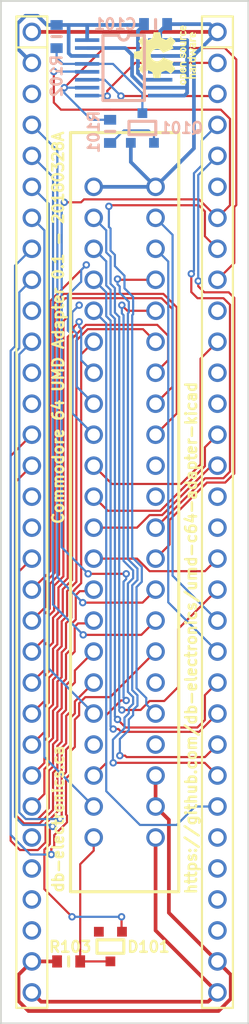
<source format=kicad_pcb>
(kicad_pcb (version 4) (host pcbnew 4.0.7-e2-6376~58~ubuntu16.04.1)

  (general
    (links 70)
    (no_connects 2)
    (area 141.656999 63.1352 162.127001 150.443001)
    (thickness 1.6)
    (drawings 7)
    (tracks 623)
    (zones 0)
    (modules 10)
    (nets 43)
  )

  (page A4)
  (layers
    (0 F.Cu signal)
    (31 B.Cu signal)
    (32 B.Adhes user)
    (33 F.Adhes user)
    (34 B.Paste user)
    (35 F.Paste user)
    (36 B.SilkS user)
    (37 F.SilkS user)
    (38 B.Mask user)
    (39 F.Mask user)
    (40 Dwgs.User user)
    (41 Cmts.User user)
    (42 Eco1.User user)
    (43 Eco2.User user)
    (44 Edge.Cuts user)
    (45 Margin user)
    (46 B.CrtYd user)
    (47 F.CrtYd user)
    (48 B.Fab user)
    (49 F.Fab user)
  )

  (setup
    (last_trace_width 0.1778)
    (trace_clearance 0.1778)
    (zone_clearance 0.508)
    (zone_45_only yes)
    (trace_min 0.1778)
    (segment_width 0.2)
    (edge_width 0.15)
    (via_size 0.6096)
    (via_drill 0.3048)
    (via_min_size 0.6096)
    (via_min_drill 0.3048)
    (uvia_size 0.3)
    (uvia_drill 0.1)
    (uvias_allowed no)
    (uvia_min_size 0)
    (uvia_min_drill 0)
    (pcb_text_width 0.3)
    (pcb_text_size 1.5 1.5)
    (mod_edge_width 0.15)
    (mod_text_size 1 1)
    (mod_text_width 0.15)
    (pad_size 1.524 1.524)
    (pad_drill 0.762)
    (pad_to_mask_clearance 0.2)
    (aux_axis_origin 0 0)
    (grid_origin 144.272 69.088)
    (visible_elements FFFFFF7F)
    (pcbplotparams
      (layerselection 0x010f0_80000001)
      (usegerberextensions true)
      (excludeedgelayer true)
      (linewidth 0.203200)
      (plotframeref false)
      (viasonmask false)
      (mode 1)
      (useauxorigin true)
      (hpglpennumber 1)
      (hpglpenspeed 20)
      (hpglpendiameter 15)
      (hpglpenoverlay 2)
      (psnegative false)
      (psa4output false)
      (plotreference true)
      (plotvalue true)
      (plotinvisibletext false)
      (padsonsilk false)
      (subtractmaskfromsilk false)
      (outputformat 1)
      (mirror false)
      (drillshape 0)
      (scaleselection 1)
      (outputdirectory gerbers/0.1/))
  )

  (net 0 "")
  (net 1 GND)
  (net 2 +5V)
  (net 3 /~WE)
  (net 4 /~IO1)
  (net 5 /~GAME)
  (net 6 /~EXROM)
  (net 7 /~IO2)
  (net 8 /~ROML)
  (net 9 /D7)
  (net 10 /D6)
  (net 11 /D5)
  (net 12 /D4)
  (net 13 /D3)
  (net 14 /D2)
  (net 15 /D1)
  (net 16 /D0)
  (net 17 "Net-(CON101-PadA)")
  (net 18 /~ROMH)
  (net 19 /~RST)
  (net 20 /Phi2)
  (net 21 /A15)
  (net 22 /A14)
  (net 23 /A13)
  (net 24 /A12)
  (net 25 /A11)
  (net 26 /A10)
  (net 27 /A9)
  (net 28 /A8)
  (net 29 /A7)
  (net 30 /A6)
  (net 31 /A5)
  (net 32 /A4)
  (net 33 /A3)
  (net 34 /A2)
  (net 35 /A1)
  (net 36 /A0)
  (net 37 /~CE)
  (net 38 /~ID)
  (net 39 /SCK)
  (net 40 /MISO)
  (net 41 "Net-(Q101-Pad1)")
  (net 42 "Net-(Q101-Pad3)")

  (net_class Default "This is the default net class."
    (clearance 0.1778)
    (trace_width 0.1778)
    (via_dia 0.6096)
    (via_drill 0.3048)
    (uvia_dia 0.3)
    (uvia_drill 0.1)
    (add_net /A0)
    (add_net /A1)
    (add_net /A10)
    (add_net /A11)
    (add_net /A12)
    (add_net /A13)
    (add_net /A14)
    (add_net /A15)
    (add_net /A2)
    (add_net /A3)
    (add_net /A4)
    (add_net /A5)
    (add_net /A6)
    (add_net /A7)
    (add_net /A8)
    (add_net /A9)
    (add_net /D0)
    (add_net /D1)
    (add_net /D2)
    (add_net /D3)
    (add_net /D4)
    (add_net /D5)
    (add_net /D6)
    (add_net /D7)
    (add_net /MISO)
    (add_net /Phi2)
    (add_net /SCK)
    (add_net /~CE)
    (add_net /~EXROM)
    (add_net /~GAME)
    (add_net /~ID)
    (add_net /~IO1)
    (add_net /~IO2)
    (add_net /~ROMH)
    (add_net /~ROML)
    (add_net /~RST)
    (add_net /~WE)
    (add_net "Net-(CON101-PadA)")
    (add_net "Net-(Q101-Pad1)")
    (add_net "Net-(Q101-Pad3)")
  )

  (net_class Power ""
    (clearance 0.1778)
    (trace_width 0.3048)
    (via_dia 0.6096)
    (via_drill 0.3048)
    (uvia_dia 0.3)
    (uvia_drill 0.1)
    (add_net +5V)
    (add_net GND)
  )

  (module db-thparts:UMD-CONN-DIP64 (layer F.Cu) (tedit 5ABC29AB) (tstamp 5ABC2A6F)
    (at 144.272 69.088)
    (path /5ABBD6A6)
    (solder_mask_margin 0.1016)
    (fp_text reference CON102 (at 4.953 -2.794) (layer F.SilkS) hide
      (effects (font (size 0.889 0.889) (thickness 0.2032)))
    )
    (fp_text value UMD-CONN (at 7.62 -5) (layer F.Fab) hide
      (effects (font (size 1 1) (thickness 0.15)))
    )
    (fp_line (start 13.97 1.27) (end 16.51 1.27) (layer F.SilkS) (width 0.1778))
    (fp_line (start 16.51 -1.27) (end 13.97 -1.27) (layer F.SilkS) (width 0.1778))
    (fp_line (start 16.51 80.01) (end 16.51 -1.27) (layer F.SilkS) (width 0.1778))
    (fp_line (start 13.97 80.01) (end 16.51 80.01) (layer F.SilkS) (width 0.1778))
    (fp_line (start 13.97 -1.27) (end 13.97 80.01) (layer F.SilkS) (width 0.1778))
    (fp_line (start -1.27 1.27) (end 1.27 1.27) (layer F.SilkS) (width 0.1778))
    (fp_line (start 1.27 -1.27) (end 0 -1.27) (layer F.SilkS) (width 0.1778))
    (fp_line (start 1.27 80.01) (end 1.27 -1.27) (layer F.SilkS) (width 0.1778))
    (fp_line (start -1.27 80.01) (end 1.27 80.01) (layer F.SilkS) (width 0.1778))
    (fp_line (start -1.27 -1.27) (end -1.27 80.01) (layer F.SilkS) (width 0.1778))
    (fp_line (start 0 -1.27) (end -1.27 -1.27) (layer F.SilkS) (width 0.1778))
    (pad 1 thru_hole circle (at 0 0) (size 1.524 1.524) (drill 1.016) (layers *.Cu *.Mask)
      (net 1 GND))
    (pad 2 thru_hole circle (at 0 2.54) (size 1.524 1.524) (drill 1.016) (layers *.Cu *.Mask)
      (net 2 +5V))
    (pad 3 thru_hole circle (at 0 5.08) (size 1.524 1.524) (drill 1.016) (layers *.Cu *.Mask))
    (pad 4 thru_hole circle (at 0 7.62) (size 1.524 1.524) (drill 1.016) (layers *.Cu *.Mask)
      (net 6 /~EXROM))
    (pad 5 thru_hole circle (at 0 10.16) (size 1.524 1.524) (drill 1.016) (layers *.Cu *.Mask)
      (net 5 /~GAME))
    (pad 6 thru_hole circle (at 0 12.7) (size 1.524 1.524) (drill 1.016) (layers *.Cu *.Mask)
      (net 20 /Phi2))
    (pad 7 thru_hole circle (at 0 15.24) (size 1.524 1.524) (drill 1.016) (layers *.Cu *.Mask)
      (net 18 /~ROMH))
    (pad 8 thru_hole circle (at 0 17.78) (size 1.524 1.524) (drill 1.016) (layers *.Cu *.Mask)
      (net 4 /~IO1))
    (pad 9 thru_hole circle (at 0 20.32) (size 1.524 1.524) (drill 1.016) (layers *.Cu *.Mask)
      (net 37 /~CE))
    (pad 10 thru_hole circle (at 0 22.86) (size 1.524 1.524) (drill 1.016) (layers *.Cu *.Mask))
    (pad 11 thru_hole circle (at 0 25.4) (size 1.524 1.524) (drill 1.016) (layers *.Cu *.Mask)
      (net 21 /A15))
    (pad 12 thru_hole circle (at 0 27.94) (size 1.524 1.524) (drill 1.016) (layers *.Cu *.Mask))
    (pad 13 thru_hole circle (at 0 30.48) (size 1.524 1.524) (drill 1.016) (layers *.Cu *.Mask))
    (pad 14 thru_hole circle (at 0 33.02) (size 1.524 1.524) (drill 1.016) (layers *.Cu *.Mask)
      (net 22 /A14))
    (pad 15 thru_hole circle (at 0 35.56) (size 1.524 1.524) (drill 1.016) (layers *.Cu *.Mask)
      (net 23 /A13))
    (pad 16 thru_hole circle (at 0 38.1) (size 1.524 1.524) (drill 1.016) (layers *.Cu *.Mask))
    (pad 17 thru_hole circle (at 0 40.64) (size 1.524 1.524) (drill 1.016) (layers *.Cu *.Mask))
    (pad 18 thru_hole circle (at 0 43.18) (size 1.524 1.524) (drill 1.016) (layers *.Cu *.Mask)
      (net 24 /A12))
    (pad 19 thru_hole circle (at 0 45.72) (size 1.524 1.524) (drill 1.016) (layers *.Cu *.Mask)
      (net 29 /A7))
    (pad 20 thru_hole circle (at 0 48.26) (size 1.524 1.524) (drill 1.016) (layers *.Cu *.Mask)
      (net 9 /D7))
    (pad 21 thru_hole circle (at 0 50.8) (size 1.524 1.524) (drill 1.016) (layers *.Cu *.Mask)
      (net 10 /D6))
    (pad 22 thru_hole circle (at 0 53.34) (size 1.524 1.524) (drill 1.016) (layers *.Cu *.Mask)
      (net 30 /A6))
    (pad 23 thru_hole circle (at 0 55.88) (size 1.524 1.524) (drill 1.016) (layers *.Cu *.Mask)
      (net 31 /A5))
    (pad 24 thru_hole circle (at 0 58.42) (size 1.524 1.524) (drill 1.016) (layers *.Cu *.Mask)
      (net 11 /D5))
    (pad 25 thru_hole circle (at 0 60.96) (size 1.524 1.524) (drill 1.016) (layers *.Cu *.Mask)
      (net 12 /D4))
    (pad 26 thru_hole circle (at 0 63.5) (size 1.524 1.524) (drill 1.016) (layers *.Cu *.Mask)
      (net 32 /A4))
    (pad 27 thru_hole circle (at 0 66.04) (size 1.524 1.524) (drill 1.016) (layers *.Cu *.Mask))
    (pad 28 thru_hole circle (at 0 68.58) (size 1.524 1.524) (drill 1.016) (layers *.Cu *.Mask))
    (pad 29 thru_hole circle (at 0 71.12) (size 1.524 1.524) (drill 1.016) (layers *.Cu *.Mask))
    (pad 30 thru_hole circle (at 0 73.66) (size 1.524 1.524) (drill 1.016) (layers *.Cu *.Mask))
    (pad 31 thru_hole circle (at 0 76.2) (size 1.524 1.524) (drill 1.016) (layers *.Cu *.Mask)
      (net 2 +5V))
    (pad 32 thru_hole circle (at 0 78.74) (size 1.524 1.524) (drill 1.016) (layers *.Cu *.Mask)
      (net 1 GND))
    (pad 33 thru_hole circle (at 15.24 78.74) (size 1.524 1.524) (drill 1.016) (layers *.Cu *.Mask)
      (net 1 GND))
    (pad 34 thru_hole circle (at 15.24 76.2) (size 1.524 1.524) (drill 1.016) (layers *.Cu *.Mask)
      (net 2 +5V))
    (pad 35 thru_hole circle (at 15.24 73.66) (size 1.524 1.524) (drill 1.016) (layers *.Cu *.Mask))
    (pad 36 thru_hole circle (at 15.24 71.12) (size 1.524 1.524) (drill 1.016) (layers *.Cu *.Mask))
    (pad 37 thru_hole circle (at 15.24 68.58) (size 1.524 1.524) (drill 1.016) (layers *.Cu *.Mask))
    (pad 38 thru_hole circle (at 15.24 66.04) (size 1.524 1.524) (drill 1.016) (layers *.Cu *.Mask))
    (pad 39 thru_hole circle (at 15.24 63.5) (size 1.524 1.524) (drill 1.016) (layers *.Cu *.Mask)
      (net 33 /A3))
    (pad 40 thru_hole circle (at 15.24 60.96) (size 1.524 1.524) (drill 1.016) (layers *.Cu *.Mask)
      (net 13 /D3))
    (pad 41 thru_hole circle (at 15.24 58.42) (size 1.524 1.524) (drill 1.016) (layers *.Cu *.Mask)
      (net 14 /D2))
    (pad 42 thru_hole circle (at 15.24 55.88) (size 1.524 1.524) (drill 1.016) (layers *.Cu *.Mask)
      (net 34 /A2))
    (pad 43 thru_hole circle (at 15.24 53.34) (size 1.524 1.524) (drill 1.016) (layers *.Cu *.Mask)
      (net 35 /A1))
    (pad 44 thru_hole circle (at 15.24 50.8) (size 1.524 1.524) (drill 1.016) (layers *.Cu *.Mask)
      (net 15 /D1))
    (pad 45 thru_hole circle (at 15.24 48.26) (size 1.524 1.524) (drill 1.016) (layers *.Cu *.Mask)
      (net 16 /D0))
    (pad 46 thru_hole circle (at 15.24 45.72) (size 1.524 1.524) (drill 1.016) (layers *.Cu *.Mask)
      (net 36 /A0))
    (pad 47 thru_hole circle (at 15.24 43.18) (size 1.524 1.524) (drill 1.016) (layers *.Cu *.Mask)
      (net 25 /A11))
    (pad 48 thru_hole circle (at 15.24 40.64) (size 1.524 1.524) (drill 1.016) (layers *.Cu *.Mask))
    (pad 49 thru_hole circle (at 15.24 38.1) (size 1.524 1.524) (drill 1.016) (layers *.Cu *.Mask))
    (pad 50 thru_hole circle (at 15.24 35.56) (size 1.524 1.524) (drill 1.016) (layers *.Cu *.Mask)
      (net 26 /A10))
    (pad 51 thru_hole circle (at 15.24 33.02) (size 1.524 1.524) (drill 1.016) (layers *.Cu *.Mask)
      (net 27 /A9))
    (pad 52 thru_hole circle (at 15.24 30.48) (size 1.524 1.524) (drill 1.016) (layers *.Cu *.Mask))
    (pad 53 thru_hole circle (at 15.24 27.94) (size 1.524 1.524) (drill 1.016) (layers *.Cu *.Mask))
    (pad 54 thru_hole circle (at 15.24 25.4) (size 1.524 1.524) (drill 1.016) (layers *.Cu *.Mask)
      (net 28 /A8))
    (pad 55 thru_hole circle (at 15.24 22.86) (size 1.524 1.524) (drill 1.016) (layers *.Cu *.Mask))
    (pad 56 thru_hole circle (at 15.24 20.32) (size 1.524 1.524) (drill 1.016) (layers *.Cu *.Mask)
      (net 38 /~ID))
    (pad 57 thru_hole circle (at 15.24 17.78) (size 1.524 1.524) (drill 1.016) (layers *.Cu *.Mask)
      (net 3 /~WE))
    (pad 58 thru_hole circle (at 15.24 15.24) (size 1.524 1.524) (drill 1.016) (layers *.Cu *.Mask)
      (net 19 /~RST))
    (pad 59 thru_hole circle (at 15.24 12.7) (size 1.524 1.524) (drill 1.016) (layers *.Cu *.Mask))
    (pad 60 thru_hole circle (at 15.24 10.16) (size 1.524 1.524) (drill 1.016) (layers *.Cu *.Mask)
      (net 7 /~IO2))
    (pad 61 thru_hole circle (at 15.24 7.62) (size 1.524 1.524) (drill 1.016) (layers *.Cu *.Mask)
      (net 8 /~ROML))
    (pad 62 thru_hole circle (at 15.24 5.08) (size 1.524 1.524) (drill 1.016) (layers *.Cu *.Mask)
      (net 39 /SCK))
    (pad 63 thru_hole circle (at 15.24 2.54) (size 1.524 1.524) (drill 1.016) (layers *.Cu *.Mask)
      (net 40 /MISO))
    (pad 64 thru_hole circle (at 15.24 0) (size 1.524 1.524) (drill 1.016) (layers *.Cu *.Mask)
      (net 1 GND))
  )

  (module db-smt:0603 (layer B.Cu) (tedit 5AA6C7C1) (tstamp 5ABC29EC)
    (at 154.432 68.453 180)
    (tags 0603)
    (path /5ABBD8D0)
    (solder_mask_margin 0.1016)
    (attr smd)
    (fp_text reference C101 (at 3.302 0 180) (layer B.SilkS)
      (effects (font (size 0.889 0.889) (thickness 0.2032)) (justify mirror))
    )
    (fp_text value 0.1uF/50V (at 0.508 2.54 180) (layer B.Fab) hide
      (effects (font (size 1 1) (thickness 0.15)) (justify mirror))
    )
    (fp_line (start 0 0.381) (end 0 -0.381) (layer B.SilkS) (width 0.254))
    (pad 1 smd rect (at -0.95 0 180) (size 0.8 1) (layers B.Cu B.Paste B.Mask)
      (net 1 GND))
    (pad 2 smd rect (at 0.95 0 180) (size 0.8 1) (layers B.Cu B.Paste B.Mask)
      (net 2 +5V))
    (model Resistors_SMD.3dshapes/R_0603.wrl
      (at (xyz 0 0 0))
      (scale (xyz 1 1 1))
      (rotate (xyz 0 0 0))
    )
  )

  (module db-thparts:C64-CONN (layer F.Cu) (tedit 5ABC29AE) (tstamp 5ABC2A20)
    (at 149.352 81.788)
    (path /5ABBD603)
    (solder_mask_margin 0.1016)
    (fp_text reference CON101 (at -0.127 -5.334) (layer F.SilkS) hide
      (effects (font (size 0.889 0.889) (thickness 0.2032)))
    )
    (fp_text value C64-CONN (at 1.651 -6.604) (layer F.Fab) hide
      (effects (font (size 0.889 0.889) (thickness 0.2032)))
    )
    (fp_line (start 6.985 57.785) (end 6.985 -4.445) (layer F.SilkS) (width 0.254))
    (fp_line (start -1.905 57.785) (end 6.985 57.785) (layer F.SilkS) (width 0.254))
    (fp_line (start -1.905 -4.445) (end -1.905 57.785) (layer F.SilkS) (width 0.254))
    (fp_line (start -1.905 -4.445) (end 6.985 -4.445) (layer F.SilkS) (width 0.254))
    (pad 1 thru_hole circle (at 5.08 53.34 180) (size 1.524 1.524) (drill 1.016) (layers *.Cu *.Mask)
      (net 1 GND))
    (pad 2 thru_hole circle (at 5.08 50.8 180) (size 1.524 1.524) (drill 1.016) (layers *.Cu *.Mask)
      (net 2 +5V))
    (pad 3 thru_hole circle (at 5.08 48.26 180) (size 1.524 1.524) (drill 1.016) (layers *.Cu *.Mask)
      (net 2 +5V))
    (pad 4 thru_hole circle (at 5.08 45.72 180) (size 1.524 1.524) (drill 1.016) (layers *.Cu *.Mask))
    (pad 5 thru_hole circle (at 5.08 43.18 180) (size 1.524 1.524) (drill 1.016) (layers *.Cu *.Mask)
      (net 3 /~WE))
    (pad 6 thru_hole circle (at 5.08 40.64 180) (size 1.524 1.524) (drill 1.016) (layers *.Cu *.Mask))
    (pad 7 thru_hole circle (at 5.08 38.1 180) (size 1.524 1.524) (drill 1.016) (layers *.Cu *.Mask)
      (net 4 /~IO1))
    (pad 8 thru_hole circle (at 5.08 35.56 180) (size 1.524 1.524) (drill 1.016) (layers *.Cu *.Mask)
      (net 5 /~GAME))
    (pad 9 thru_hole circle (at 5.08 33.02 180) (size 1.524 1.524) (drill 1.016) (layers *.Cu *.Mask)
      (net 6 /~EXROM))
    (pad 10 thru_hole circle (at 5.08 30.48 180) (size 1.524 1.524) (drill 1.016) (layers *.Cu *.Mask)
      (net 7 /~IO2))
    (pad 11 thru_hole circle (at 5.08 27.94 180) (size 1.524 1.524) (drill 1.016) (layers *.Cu *.Mask)
      (net 8 /~ROML))
    (pad 12 thru_hole circle (at 5.08 25.4 180) (size 1.524 1.524) (drill 1.016) (layers *.Cu *.Mask))
    (pad 13 thru_hole circle (at 5.08 22.86 180) (size 1.524 1.524) (drill 1.016) (layers *.Cu *.Mask))
    (pad 14 thru_hole circle (at 5.08 20.32 180) (size 1.524 1.524) (drill 1.016) (layers *.Cu *.Mask)
      (net 9 /D7))
    (pad 15 thru_hole circle (at 5.08 17.78 180) (size 1.524 1.524) (drill 1.016) (layers *.Cu *.Mask)
      (net 10 /D6))
    (pad 16 thru_hole circle (at 5.08 15.24 180) (size 1.524 1.524) (drill 1.016) (layers *.Cu *.Mask)
      (net 11 /D5))
    (pad 17 thru_hole circle (at 5.08 12.7 180) (size 1.524 1.524) (drill 1.016) (layers *.Cu *.Mask)
      (net 12 /D4))
    (pad 18 thru_hole circle (at 5.08 10.16 180) (size 1.524 1.524) (drill 1.016) (layers *.Cu *.Mask)
      (net 13 /D3))
    (pad 19 thru_hole circle (at 5.08 7.62 180) (size 1.524 1.524) (drill 1.016) (layers *.Cu *.Mask)
      (net 14 /D2))
    (pad 20 thru_hole circle (at 5.08 5.08 180) (size 1.524 1.524) (drill 1.016) (layers *.Cu *.Mask)
      (net 15 /D1))
    (pad 21 thru_hole circle (at 5.08 2.54 180) (size 1.524 1.524) (drill 1.016) (layers *.Cu *.Mask)
      (net 16 /D0))
    (pad 22 thru_hole circle (at 5.08 0 180) (size 1.524 1.524) (drill 1.016) (layers *.Cu *.Mask)
      (net 1 GND))
    (pad A thru_hole circle (at 0 53.34 180) (size 1.524 1.524) (drill 1.016) (layers *.Cu *.Mask)
      (net 17 "Net-(CON101-PadA)"))
    (pad B thru_hole circle (at 0 50.8 180) (size 1.524 1.524) (drill 1.016) (layers *.Cu *.Mask)
      (net 18 /~ROMH))
    (pad C thru_hole circle (at 0 48.26 180) (size 1.524 1.524) (drill 1.016) (layers *.Cu *.Mask)
      (net 19 /~RST))
    (pad D thru_hole circle (at 0 45.72 180) (size 1.524 1.524) (drill 1.016) (layers *.Cu *.Mask))
    (pad E thru_hole circle (at 0 43.18 180) (size 1.524 1.524) (drill 1.016) (layers *.Cu *.Mask)
      (net 20 /Phi2))
    (pad F thru_hole circle (at 0 40.64 180) (size 1.524 1.524) (drill 1.016) (layers *.Cu *.Mask)
      (net 21 /A15))
    (pad H thru_hole circle (at 0 38.1 180) (size 1.524 1.524) (drill 1.016) (layers *.Cu *.Mask)
      (net 22 /A14))
    (pad J thru_hole circle (at 0 35.56 180) (size 1.524 1.524) (drill 1.016) (layers *.Cu *.Mask)
      (net 23 /A13))
    (pad K thru_hole circle (at 0 33.02 180) (size 1.524 1.524) (drill 1.016) (layers *.Cu *.Mask)
      (net 24 /A12))
    (pad L thru_hole circle (at 0 30.48 180) (size 1.524 1.524) (drill 1.016) (layers *.Cu *.Mask)
      (net 25 /A11))
    (pad M thru_hole circle (at 0 27.94 180) (size 1.524 1.524) (drill 1.016) (layers *.Cu *.Mask)
      (net 26 /A10))
    (pad N thru_hole circle (at 0 25.4 180) (size 1.524 1.524) (drill 1.016) (layers *.Cu *.Mask)
      (net 27 /A9))
    (pad P thru_hole circle (at 0 22.86 180) (size 1.524 1.524) (drill 1.016) (layers *.Cu *.Mask)
      (net 28 /A8))
    (pad R thru_hole circle (at 0 20.32 180) (size 1.524 1.524) (drill 1.016) (layers *.Cu *.Mask)
      (net 29 /A7))
    (pad S thru_hole circle (at 0 17.78 180) (size 1.524 1.524) (drill 1.016) (layers *.Cu *.Mask)
      (net 30 /A6))
    (pad T thru_hole circle (at 0 15.24 180) (size 1.524 1.524) (drill 1.016) (layers *.Cu *.Mask)
      (net 31 /A5))
    (pad U thru_hole circle (at 0 12.7 180) (size 1.524 1.524) (drill 1.016) (layers *.Cu *.Mask)
      (net 32 /A4))
    (pad V thru_hole circle (at 0 10.16 180) (size 1.524 1.524) (drill 1.016) (layers *.Cu *.Mask)
      (net 33 /A3))
    (pad W thru_hole circle (at 0 7.62 180) (size 1.524 1.524) (drill 1.016) (layers *.Cu *.Mask)
      (net 34 /A2))
    (pad X thru_hole circle (at 0 5.08 180) (size 1.524 1.524) (drill 1.016) (layers *.Cu *.Mask)
      (net 35 /A1))
    (pad Y thru_hole circle (at 0 2.54 180) (size 1.524 1.524) (drill 1.016) (layers *.Cu *.Mask)
      (net 36 /A0))
    (pad Z thru_hole circle (at 0 0 180) (size 1.524 1.524) (drill 1.016) (layers *.Cu *.Mask)
      (net 1 GND))
  )

  (module db-smt:SOT23 (layer F.Cu) (tedit 5A6BE25D) (tstamp 5ABC2A7B)
    (at 150.7236 144.0688 180)
    (descr SOT23)
    (path /5ABC4C70)
    (solder_mask_margin 0.1016)
    (attr smd)
    (fp_text reference D101 (at -3.1242 -0.0254 180) (layer F.SilkS)
      (effects (font (size 0.889 0.889) (thickness 0.2032)))
    )
    (fp_text value BAT54A (at 1.27 2.54 180) (layer F.Fab) hide
      (effects (font (size 1 1) (thickness 0.15)))
    )
    (fp_line (start -1.1 -0.55) (end -1.1 0.55) (layer F.SilkS) (width 0.254))
    (fp_line (start -1.1 0.55) (end 1.1 0.55) (layer F.SilkS) (width 0.254))
    (fp_line (start 1.1 0.55) (end 1.1 -0.55) (layer F.SilkS) (width 0.254))
    (fp_line (start 1.1 -0.55) (end -1.05 -0.55) (layer F.SilkS) (width 0.254))
    (fp_line (start -1.05 -0.55) (end -1.1 -0.55) (layer F.SilkS) (width 0.15))
    (pad 1 smd rect (at -0.95 1.216 180) (size 0.8 0.8) (layers F.Cu F.Paste F.Mask)
      (net 37 /~CE))
    (pad 2 smd rect (at 0.95 1.216 180) (size 0.8 0.8) (layers F.Cu F.Paste F.Mask))
    (pad 3 smd rect (at 0 -1.216 180) (size 0.8 0.8) (layers F.Cu F.Paste F.Mask)
      (net 17 "Net-(CON101-PadA)"))
    (model Transistors_SMD.3dshapes/sc70.wrl
      (at (xyz 0 0 0))
      (scale (xyz 1 1 1))
      (rotate (xyz 0 0 0))
    )
  )

  (module db-smt:SOT23 (layer B.Cu) (tedit 5A6BE25D) (tstamp 5ABC2A87)
    (at 153.35 76.9652 180)
    (descr SOT23)
    (path /5ABC372D)
    (solder_mask_margin 0.1016)
    (attr smd)
    (fp_text reference Q101 (at -3.2258 0 360) (layer B.SilkS)
      (effects (font (size 0.889 0.889) (thickness 0.2032)) (justify mirror))
    )
    (fp_text value SMMBT3904LT1G (at 1.27 -2.54 180) (layer B.Fab) hide
      (effects (font (size 1 1) (thickness 0.15)) (justify mirror))
    )
    (fp_line (start -1.1 0.55) (end -1.1 -0.55) (layer B.SilkS) (width 0.254))
    (fp_line (start -1.1 -0.55) (end 1.1 -0.55) (layer B.SilkS) (width 0.254))
    (fp_line (start 1.1 -0.55) (end 1.1 0.55) (layer B.SilkS) (width 0.254))
    (fp_line (start 1.1 0.55) (end -1.05 0.55) (layer B.SilkS) (width 0.254))
    (fp_line (start -1.05 0.55) (end -1.1 0.55) (layer B.SilkS) (width 0.15))
    (pad 1 smd rect (at -0.95 -1.216 180) (size 0.8 0.8) (layers B.Cu B.Paste B.Mask)
      (net 41 "Net-(Q101-Pad1)"))
    (pad 2 smd rect (at 0.95 -1.216 180) (size 0.8 0.8) (layers B.Cu B.Paste B.Mask)
      (net 1 GND))
    (pad 3 smd rect (at 0 1.216 180) (size 0.8 0.8) (layers B.Cu B.Paste B.Mask)
      (net 42 "Net-(Q101-Pad3)"))
    (model Transistors_SMD.3dshapes/sc70.wrl
      (at (xyz 0 0 0))
      (scale (xyz 1 1 1))
      (rotate (xyz 0 0 0))
    )
  )

  (module db-smt:0603 (layer B.Cu) (tedit 5AA6C7C1) (tstamp 5ABC2A8E)
    (at 150.6982 77.2414 90)
    (tags 0603)
    (path /5ABBD39D)
    (solder_mask_margin 0.1016)
    (attr smd)
    (fp_text reference R101 (at -0.0508 -1.3462 90) (layer B.SilkS)
      (effects (font (size 0.889 0.889) (thickness 0.2032)) (justify mirror))
    )
    (fp_text value 10.0k (at 0.508 2.54 90) (layer B.Fab) hide
      (effects (font (size 1 1) (thickness 0.15)) (justify mirror))
    )
    (fp_line (start 0 0.381) (end 0 -0.381) (layer B.SilkS) (width 0.254))
    (pad 1 smd rect (at -0.95 0 90) (size 0.8 1) (layers B.Cu B.Paste B.Mask)
      (net 41 "Net-(Q101-Pad1)"))
    (pad 2 smd rect (at 0.95 0 90) (size 0.8 1) (layers B.Cu B.Paste B.Mask)
      (net 38 /~ID))
    (model Resistors_SMD.3dshapes/R_0603.wrl
      (at (xyz 0 0 0))
      (scale (xyz 1 1 1))
      (rotate (xyz 0 0 0))
    )
  )

  (module db-smt:0603 (layer B.Cu) (tedit 5AA6C7C1) (tstamp 5ABC2A95)
    (at 146.304 69.469 270)
    (tags 0603)
    (path /5ABBD1CB)
    (solder_mask_margin 0.1016)
    (attr smd)
    (fp_text reference R102 (at 3.236 0 270) (layer B.SilkS)
      (effects (font (size 0.889 0.889) (thickness 0.2032)) (justify mirror))
    )
    (fp_text value 10.0k (at 0.508 2.54 270) (layer B.Fab) hide
      (effects (font (size 1 1) (thickness 0.15)) (justify mirror))
    )
    (fp_line (start 0 0.381) (end 0 -0.381) (layer B.SilkS) (width 0.254))
    (pad 1 smd rect (at -0.95 0 270) (size 0.8 1) (layers B.Cu B.Paste B.Mask)
      (net 2 +5V))
    (pad 2 smd rect (at 0.95 0 270) (size 0.8 1) (layers B.Cu B.Paste B.Mask)
      (net 42 "Net-(Q101-Pad3)"))
    (model Resistors_SMD.3dshapes/R_0603.wrl
      (at (xyz 0 0 0))
      (scale (xyz 1 1 1))
      (rotate (xyz 0 0 0))
    )
  )

  (module db-smt:0603 (layer F.Cu) (tedit 5AA6C7C1) (tstamp 5ABC2A9C)
    (at 147.2946 145.288)
    (tags 0603)
    (path /5ABC40A7)
    (solder_mask_margin 0.1016)
    (attr smd)
    (fp_text reference R103 (at 0.127 -1.1938) (layer F.SilkS)
      (effects (font (size 0.889 0.889) (thickness 0.2032)))
    )
    (fp_text value 10.0k (at 0.508 -2.54) (layer F.Fab) hide
      (effects (font (size 1 1) (thickness 0.15)))
    )
    (fp_line (start 0 -0.381) (end 0 0.381) (layer F.SilkS) (width 0.254))
    (pad 1 smd rect (at -0.95 0) (size 0.8 1) (layers F.Cu F.Paste F.Mask)
      (net 2 +5V))
    (pad 2 smd rect (at 0.95 0) (size 0.8 1) (layers F.Cu F.Paste F.Mask)
      (net 17 "Net-(CON101-PadA)"))
    (model Resistors_SMD.3dshapes/R_0603.wrl
      (at (xyz 0 0 0))
      (scale (xyz 1 1 1))
      (rotate (xyz 0 0 0))
    )
  )

  (module db-smt:TSSOP-16 (layer B.Cu) (tedit 5ABC2F2B) (tstamp 5ABC2AB6)
    (at 154.813 69.76 180)
    (path /5ABBD7AE)
    (solder_mask_margin 0.1)
    (fp_text reference U101 (at 3.048 1.27 180) (layer B.SilkS) hide
      (effects (font (size 0.889 0.889) (thickness 0.2032)) (justify mirror))
    )
    (fp_text value MC74HC589ADTR2G (at 4 2.7 180) (layer B.Fab) hide
      (effects (font (size 0.889 0.889) (thickness 0.1778)) (justify mirror))
    )
    (fp_line (start 2.6 0.4) (end 1.3 0.4) (layer B.SilkS) (width 0.254))
    (fp_line (start 4.7 0.4) (end 3.4 0.4) (layer B.SilkS) (width 0.254))
    (fp_arc (start 3 0.4) (end 3.4 0.4) (angle -180) (layer B.SilkS) (width 0.254))
    (fp_line (start 4.7 -4.95) (end 4.7 0.4) (layer B.SilkS) (width 0.254))
    (fp_line (start 1.3 -4.95) (end 4.7 -4.95) (layer B.SilkS) (width 0.254))
    (fp_line (start 1.3 0.4) (end 1.3 -4.95) (layer B.SilkS) (width 0.254))
    (pad 1 smd rect (at 0 0 180) (size 2 0.3) (layers B.Cu B.Paste B.Mask)
      (net 1 GND))
    (pad 2 smd rect (at 0 -0.65 180) (size 2 0.3) (layers B.Cu B.Paste B.Mask)
      (net 1 GND))
    (pad 3 smd rect (at 0 -1.3 180) (size 2 0.3) (layers B.Cu B.Paste B.Mask)
      (net 1 GND))
    (pad 4 smd rect (at 0 -1.95 180) (size 2 0.3) (layers B.Cu B.Paste B.Mask)
      (net 1 GND))
    (pad 5 smd rect (at 0 -2.6 180) (size 2 0.3) (layers B.Cu B.Paste B.Mask)
      (net 1 GND))
    (pad 6 smd rect (at 0 -3.25 180) (size 2 0.3) (layers B.Cu B.Paste B.Mask)
      (net 2 +5V))
    (pad 7 smd rect (at 0 -3.9 180) (size 2 0.3) (layers B.Cu B.Paste B.Mask)
      (net 1 GND))
    (pad 8 smd rect (at 0 -4.55 180) (size 2 0.3) (layers B.Cu B.Paste B.Mask)
      (net 1 GND))
    (pad 9 smd rect (at 6 -4.55 180) (size 2 0.3) (layers B.Cu B.Paste B.Mask)
      (net 40 /MISO))
    (pad 10 smd rect (at 6 -3.9 180) (size 2 0.3) (layers B.Cu B.Paste B.Mask)
      (net 38 /~ID))
    (pad 11 smd rect (at 6 -3.25 180) (size 2 0.3) (layers B.Cu B.Paste B.Mask)
      (net 39 /SCK))
    (pad 12 smd rect (at 6 -2.6 180) (size 2 0.3) (layers B.Cu B.Paste B.Mask)
      (net 19 /~RST))
    (pad 13 smd rect (at 6 -1.95 180) (size 2 0.3) (layers B.Cu B.Paste B.Mask)
      (net 42 "Net-(Q101-Pad3)"))
    (pad 14 smd rect (at 6 -1.3 180) (size 2 0.3) (layers B.Cu B.Paste B.Mask)
      (net 2 +5V))
    (pad 15 smd rect (at 6 -0.65 180) (size 2 0.3) (layers B.Cu B.Paste B.Mask)
      (net 1 GND))
    (pad 16 smd rect (at 6 0 180) (size 2 0.3) (layers B.Cu B.Paste B.Mask)
      (net 2 +5V))
  )

  (module db-artwork:oshw-logo_5mm (layer F.Cu) (tedit 0) (tstamp 5ABC3DBF)
    (at 155.194 70.993 90)
    (fp_text reference G*** (at 0 0 90) (layer F.SilkS) hide
      (effects (font (thickness 0.3)))
    )
    (fp_text value LOGO (at 0.75 0 90) (layer F.SilkS) hide
      (effects (font (thickness 0.3)))
    )
    (fp_poly (pts (xy -1.648813 1.254565) (xy -1.573372 1.289866) (xy -1.531909 1.360091) (xy -1.516601 1.473643)
      (xy -1.515937 1.514452) (xy -1.519939 1.61309) (xy -1.535865 1.674576) (xy -1.569598 1.717877)
      (xy -1.582414 1.728825) (xy -1.669289 1.769126) (xy -1.727557 1.766922) (xy -1.772671 1.760329)
      (xy -1.796063 1.772242) (xy -1.804869 1.815185) (xy -1.806223 1.901681) (xy -1.806223 1.905)
      (xy -1.80498 1.992961) (xy -1.796494 2.037001) (xy -1.77363 2.049645) (xy -1.729254 2.043417)
      (xy -1.727557 2.043077) (xy -1.635508 2.049731) (xy -1.581383 2.082009) (xy -1.545935 2.117081)
      (xy -1.525282 2.161056) (xy -1.515324 2.229479) (xy -1.511958 2.337894) (xy -1.511882 2.345392)
      (xy -1.512124 2.452745) (xy -1.51769 2.516115) (xy -1.532019 2.547933) (xy -1.558548 2.560628)
      (xy -1.572059 2.562955) (xy -1.605087 2.563511) (xy -1.624631 2.5456) (xy -1.635214 2.497465)
      (xy -1.641357 2.407351) (xy -1.642615 2.37951) (xy -1.648289 2.277949) (xy -1.657578 2.220375)
      (xy -1.675589 2.194348) (xy -1.707428 2.187431) (xy -1.721556 2.187222) (xy -1.759107 2.190658)
      (xy -1.781054 2.209296) (xy -1.792571 2.255632) (xy -1.798833 2.342159) (xy -1.800457 2.377722)
      (xy -1.806911 2.479964) (xy -1.81763 2.537774) (xy -1.836527 2.563162) (xy -1.862548 2.568222)
      (xy -1.893782 2.559997) (xy -1.911847 2.526827) (xy -1.921629 2.455966) (xy -1.924759 2.405944)
      (xy -1.927109 2.323) (xy -1.928216 2.19697) (xy -1.928075 2.041195) (xy -1.926683 1.86902)
      (xy -1.924958 1.745626) (xy -1.920494 1.47658) (xy -1.800988 1.47658) (xy -1.795739 1.567532)
      (xy -1.768428 1.635572) (xy -1.72571 1.664908) (xy -1.721556 1.665111) (xy -1.687596 1.645997)
      (xy -1.666746 1.624747) (xy -1.646915 1.571421) (xy -1.641211 1.492069) (xy -1.642124 1.47658)
      (xy -1.652953 1.405533) (xy -1.677377 1.374933) (xy -1.721556 1.368777) (xy -1.768682 1.376385)
      (xy -1.791465 1.409852) (xy -1.800988 1.47658) (xy -1.920494 1.47658) (xy -1.916693 1.247586)
      (xy -1.766054 1.245787) (xy -1.648813 1.254565)) (layer F.SilkS) (width 0.01))
    (fp_poly (pts (xy -1.173143 2.044178) (xy -1.106947 2.075933) (xy -1.074958 2.104456) (xy -1.056081 2.143894)
      (xy -1.046971 2.208383) (xy -1.044284 2.312062) (xy -1.044223 2.341125) (xy -1.044223 2.562384)
      (xy -1.200497 2.564251) (xy -1.306385 2.559442) (xy -1.374885 2.538874) (xy -1.412164 2.510725)
      (xy -1.4594 2.445852) (xy -1.45868 2.405944) (xy -1.321217 2.405944) (xy -1.315042 2.441472)
      (xy -1.269802 2.454605) (xy -1.243848 2.455333) (xy -1.181249 2.447158) (xy -1.158473 2.415858)
      (xy -1.157111 2.397014) (xy -1.168235 2.355337) (xy -1.212048 2.345698) (xy -1.234481 2.347625)
      (xy -1.298824 2.371718) (xy -1.321217 2.405944) (xy -1.45868 2.405944) (xy -1.458254 2.382361)
      (xy -1.423622 2.320501) (xy -1.373091 2.275251) (xy -1.295041 2.258478) (xy -1.266331 2.257777)
      (xy -1.193356 2.253397) (xy -1.163706 2.236212) (xy -1.162785 2.208388) (xy -1.188198 2.172724)
      (xy -1.253071 2.15944) (xy -1.275071 2.159) (xy -1.363813 2.150552) (xy -1.403792 2.126958)
      (xy -1.392132 2.090844) (xy -1.370395 2.072025) (xy -1.277169 2.035882) (xy -1.173143 2.044178)) (layer F.SilkS) (width 0.01))
    (fp_poly (pts (xy -0.829053 2.045246) (xy -0.818445 2.063677) (xy -0.805047 2.078803) (xy -0.776478 2.060526)
      (xy -0.727386 2.042775) (xy -0.664348 2.043878) (xy -0.611522 2.060548) (xy -0.592667 2.085526)
      (xy -0.617885 2.129542) (xy -0.681671 2.164869) (xy -0.733778 2.177462) (xy -0.77145 2.18666)
      (xy -0.793502 2.209969) (xy -0.805121 2.260551) (xy -0.811493 2.351572) (xy -0.812679 2.377722)
      (xy -0.819044 2.479749) (xy -0.829593 2.537434) (xy -0.848361 2.562881) (xy -0.876179 2.568222)
      (xy -0.901835 2.563875) (xy -0.91803 2.543873) (xy -0.926912 2.497772) (xy -0.930629 2.415132)
      (xy -0.931334 2.300111) (xy -0.930481 2.175498) (xy -0.926455 2.096852) (xy -0.91705 2.053701)
      (xy -0.900062 2.035576) (xy -0.874889 2.032) (xy -0.829053 2.045246)) (layer F.SilkS) (width 0.01))
    (fp_poly (pts (xy -0.202629 1.837584) (xy -0.186852 1.853032) (xy -0.177041 1.889832) (xy -0.17179 1.957027)
      (xy -0.16969 2.063661) (xy -0.169334 2.197337) (xy -0.169334 2.56023) (xy -0.338189 2.562624)
      (xy -0.437841 2.560777) (xy -0.498229 2.548567) (xy -0.536249 2.521308) (xy -0.549855 2.503896)
      (xy -0.582391 2.422528) (xy -0.594108 2.316531) (xy -0.59365 2.310593) (xy -0.479778 2.310593)
      (xy -0.463597 2.393013) (xy -0.423584 2.441831) (xy -0.372536 2.451423) (xy -0.323249 2.416163)
      (xy -0.306258 2.386858) (xy -0.288619 2.306139) (xy -0.300169 2.227047) (xy -0.336355 2.17196)
      (xy -0.351718 2.163312) (xy -0.406039 2.168229) (xy -0.452554 2.21425) (xy -0.478144 2.286282)
      (xy -0.479778 2.310593) (xy -0.59365 2.310593) (xy -0.585734 2.208082) (xy -0.557996 2.11936)
      (xy -0.536223 2.088444) (xy -0.460969 2.038791) (xy -0.379899 2.042226) (xy -0.336812 2.061215)
      (xy -0.303471 2.074007) (xy -0.287444 2.057689) (xy -0.282496 2.000982) (xy -0.282223 1.962437)
      (xy -0.278589 1.882693) (xy -0.263475 1.844828) (xy -0.230561 1.834512) (xy -0.225778 1.834444)
      (xy -0.202629 1.837584)) (layer F.SilkS) (width 0.01))
    (fp_poly (pts (xy 0.582202 2.038572) (xy 0.592666 2.047604) (xy 0.585071 2.079759) (xy 0.564688 2.153144)
      (xy 0.535121 2.254979) (xy 0.516704 2.31697) (xy 0.479187 2.436942) (xy 0.450486 2.511658)
      (xy 0.42549 2.550559) (xy 0.399086 2.563087) (xy 0.38382 2.562421) (xy 0.343343 2.540085)
      (xy 0.308532 2.479609) (xy 0.281061 2.398888) (xy 0.235224 2.243666) (xy 0.183013 2.405944)
      (xy 0.143518 2.510042) (xy 0.106316 2.563442) (xy 0.068726 2.5651) (xy 0.028069 2.513973)
      (xy -0.018337 2.409019) (xy -0.051803 2.314577) (xy -0.089597 2.191869) (xy -0.11073 2.100931)
      (xy -0.11334 2.050502) (xy -0.109418 2.043965) (xy -0.056638 2.037289) (xy -0.010663 2.086281)
      (xy 0.028141 2.190533) (xy 0.030284 2.198738) (xy 0.053341 2.275453) (xy 0.073599 2.320438)
      (xy 0.082817 2.325834) (xy 0.100499 2.291977) (xy 0.127644 2.223258) (xy 0.143547 2.17817)
      (xy 0.177221 2.100743) (xy 0.21232 2.053478) (xy 0.228097 2.046111) (xy 0.259074 2.071323)
      (xy 0.297096 2.138683) (xy 0.326234 2.210667) (xy 0.38459 2.375222) (xy 0.432302 2.203611)
      (xy 0.463232 2.105791) (xy 0.491638 2.052602) (xy 0.524222 2.03299) (xy 0.53634 2.032)
      (xy 0.582202 2.038572)) (layer F.SilkS) (width 0.01))
    (fp_poly (pts (xy 0.885897 2.051445) (xy 0.961099 2.086055) (xy 0.987434 2.116025) (xy 1.001943 2.170535)
      (xy 1.012226 2.261472) (xy 1.016 2.365777) (xy 1.016 2.562155) (xy 0.850405 2.564486)
      (xy 0.74297 2.560785) (xy 0.675693 2.543592) (xy 0.638738 2.515908) (xy 0.594244 2.435606)
      (xy 0.595055 2.424253) (xy 0.71793 2.424253) (xy 0.718716 2.425573) (xy 0.761993 2.450148)
      (xy 0.824321 2.447151) (xy 0.87871 2.421666) (xy 0.897883 2.391833) (xy 0.888867 2.352892)
      (xy 0.84168 2.342876) (xy 0.766148 2.35522) (xy 0.720551 2.38527) (xy 0.71793 2.424253)
      (xy 0.595055 2.424253) (xy 0.599667 2.359716) (xy 0.648799 2.298674) (xy 0.735434 2.262916)
      (xy 0.792238 2.257777) (xy 0.87036 2.250359) (xy 0.901661 2.22612) (xy 0.903111 2.215982)
      (xy 0.87758 2.178117) (xy 0.809367 2.155837) (xy 0.711042 2.153183) (xy 0.708412 2.153394)
      (xy 0.647057 2.144464) (xy 0.630658 2.113733) (xy 0.661157 2.075952) (xy 0.695912 2.058523)
      (xy 0.790482 2.040883) (xy 0.885897 2.051445)) (layer F.SilkS) (width 0.01))
    (fp_poly (pts (xy 1.348648 2.043458) (xy 1.41861 2.052881) (xy 1.439806 2.060514) (xy 1.460475 2.094611)
      (xy 1.438819 2.132489) (xy 1.386805 2.162488) (xy 1.324278 2.173111) (xy 1.281863 2.17552)
      (xy 1.257279 2.1911) (xy 1.244721 2.232377) (xy 1.238385 2.311877) (xy 1.236011 2.363611)
      (xy 1.229857 2.465449) (xy 1.219423 2.523888) (xy 1.199943 2.551972) (xy 1.166655 2.562742)
      (xy 1.163079 2.563271) (xy 1.132987 2.565427) (xy 1.11449 2.554634) (xy 1.105297 2.520601)
      (xy 1.103116 2.453036) (xy 1.105656 2.341647) (xy 1.106635 2.30978) (xy 1.114777 2.047128)
      (xy 1.258176 2.042007) (xy 1.348648 2.043458)) (layer F.SilkS) (width 0.01))
    (fp_poly (pts (xy 1.750702 2.05775) (xy 1.831069 2.125313) (xy 1.881066 2.220154) (xy 1.890889 2.287327)
      (xy 1.883857 2.319069) (xy 1.853949 2.335699) (xy 1.787946 2.341849) (xy 1.733597 2.342444)
      (xy 1.643557 2.344869) (xy 1.597872 2.354819) (xy 1.584563 2.376308) (xy 1.586144 2.391833)
      (xy 1.608257 2.425326) (xy 1.665602 2.439637) (xy 1.712606 2.441222) (xy 1.808413 2.448918)
      (xy 1.854034 2.470881) (xy 1.847349 2.505423) (xy 1.82195 2.528196) (xy 1.740614 2.559984)
      (xy 1.640168 2.564746) (xy 1.551661 2.541338) (xy 1.546277 2.538361) (xy 1.501534 2.485572)
      (xy 1.468618 2.398422) (xy 1.453642 2.298705) (xy 1.458509 2.225397) (xy 1.472228 2.195129)
      (xy 1.581616 2.195129) (xy 1.587292 2.230661) (xy 1.633189 2.254677) (xy 1.665111 2.257777)
      (xy 1.730504 2.245969) (xy 1.749777 2.218463) (xy 1.726263 2.175086) (xy 1.671081 2.155673)
      (xy 1.622777 2.162905) (xy 1.581616 2.195129) (xy 1.472228 2.195129) (xy 1.492074 2.151348)
      (xy 1.552078 2.083155) (xy 1.619996 2.039194) (xy 1.653478 2.032) (xy 1.750702 2.05775)) (layer F.SilkS) (width 0.01))
    (fp_poly (pts (xy -2.09979 1.280857) (xy -2.038566 1.358253) (xy -2.006398 1.468592) (xy -2.003778 1.514977)
      (xy -2.024185 1.633651) (xy -2.078827 1.719473) (xy -2.157841 1.766662) (xy -2.251362 1.769435)
      (xy -2.349524 1.722011) (xy -2.35275 1.719507) (xy -2.398029 1.675052) (xy -2.420243 1.621003)
      (xy -2.426961 1.536316) (xy -2.427111 1.51276) (xy -2.426204 1.497378) (xy -2.309388 1.497378)
      (xy -2.302277 1.584698) (xy -2.270212 1.627494) (xy -2.205856 1.648999) (xy -2.152379 1.622326)
      (xy -2.120806 1.55574) (xy -2.116667 1.512351) (xy -2.133482 1.421689) (xy -2.17469 1.371433)
      (xy -2.226438 1.36266) (xy -2.274872 1.396446) (xy -2.306139 1.473869) (xy -2.309388 1.497378)
      (xy -2.426204 1.497378) (xy -2.421236 1.413212) (xy -2.399216 1.348152) (xy -2.361793 1.303141)
      (xy -2.271003 1.247621) (xy -2.180469 1.242087) (xy -2.09979 1.280857)) (layer F.SilkS) (width 0.01))
    (fp_poly (pts (xy -1.137483 1.268437) (xy -1.06839 1.334469) (xy -1.027258 1.436718) (xy -1.02556 1.446388)
      (xy -1.008615 1.552222) (xy -1.16753 1.552222) (xy -1.263699 1.556201) (xy -1.313447 1.56976)
      (xy -1.326445 1.592653) (xy -1.302849 1.633931) (xy -1.246749 1.654328) (xy -1.180181 1.64751)
      (xy -1.162501 1.639773) (xy -1.103856 1.627413) (xy -1.076768 1.643854) (xy -1.047581 1.684995)
      (xy -1.063786 1.716612) (xy -1.116106 1.745247) (xy -1.217594 1.775288) (xy -1.304012 1.758849)
      (xy -1.362805 1.721211) (xy -1.433203 1.632079) (xy -1.458563 1.517102) (xy -1.440444 1.404055)
      (xy -1.319389 1.404055) (xy -1.304703 1.430818) (xy -1.241778 1.439333) (xy -1.177085 1.430014)
      (xy -1.164167 1.404055) (xy -1.198184 1.376507) (xy -1.241778 1.368777) (xy -1.297636 1.382081)
      (xy -1.319389 1.404055) (xy -1.440444 1.404055) (xy -1.439294 1.396881) (xy -1.38544 1.302842)
      (xy -1.308715 1.251103) (xy -1.221827 1.240141) (xy -1.137483 1.268437)) (layer F.SilkS) (width 0.01))
    (fp_poly (pts (xy -0.686292 1.254095) (xy -0.609183 1.281358) (xy -0.563367 1.338376) (xy -0.541501 1.433948)
      (xy -0.536223 1.566333) (xy -0.53761 1.674677) (xy -0.543795 1.738257) (xy -0.557815 1.768725)
      (xy -0.582707 1.777734) (xy -0.591378 1.778) (xy -0.6214 1.771351) (xy -0.639359 1.743286)
      (xy -0.649378 1.681624) (xy -0.654878 1.590446) (xy -0.663658 1.479831) (xy -0.68017 1.412639)
      (xy -0.707906 1.376006) (xy -0.714264 1.371724) (xy -0.769157 1.361746) (xy -0.811138 1.402786)
      (xy -0.837779 1.490395) (xy -0.846667 1.61406) (xy -0.848863 1.706795) (xy -0.858455 1.756243)
      (xy -0.879948 1.775488) (xy -0.903111 1.778) (xy -0.929495 1.773902) (xy -0.946081 1.754581)
      (xy -0.955119 1.709498) (xy -0.958859 1.628112) (xy -0.959556 1.513601) (xy -0.959556 1.249202)
      (xy -0.802037 1.247786) (xy -0.686292 1.254095)) (layer F.SilkS) (width 0.01))
    (fp_poly (pts (xy 0.02139 1.24846) (xy 0.097229 1.274429) (xy 0.146073 1.309696) (xy 0.146338 1.34186)
      (xy 0.105759 1.363955) (xy 0.032068 1.369016) (xy -0.003296 1.364977) (xy -0.075417 1.357692)
      (xy -0.107164 1.369264) (xy -0.112889 1.393392) (xy -0.090573 1.42988) (xy -0.034502 1.439333)
      (xy 0.065895 1.460179) (xy 0.13788 1.515865) (xy 0.168948 1.596118) (xy 0.169333 1.606811)
      (xy 0.156044 1.677083) (xy 0.129518 1.719465) (xy 0.045602 1.757648) (xy -0.062188 1.765566)
      (xy -0.169491 1.742266) (xy -0.1922 1.732057) (xy -0.250831 1.698018) (xy -0.264856 1.672029)
      (xy -0.244881 1.643896) (xy -0.198185 1.61813) (xy -0.146259 1.634133) (xy -0.065847 1.661213)
      (xy 0.00568 1.659192) (xy 0.044283 1.633733) (xy 0.042827 1.595645) (xy -0.003014 1.566279)
      (xy -0.081201 1.552848) (xy -0.091072 1.552654) (xy -0.171697 1.527988) (xy -0.224365 1.466316)
      (xy -0.237659 1.384601) (xy -0.22869 1.348214) (xy -0.174462 1.276896) (xy -0.087227 1.242768)
      (xy 0.02139 1.24846)) (layer F.SilkS) (width 0.01))
    (fp_poly (pts (xy 0.526856 1.266753) (xy 0.601972 1.336335) (xy 0.643249 1.442504) (xy 0.649111 1.509888)
      (xy 0.629112 1.630602) (xy 0.575398 1.718044) (xy 0.49739 1.766556) (xy 0.404511 1.770477)
      (xy 0.306185 1.724148) (xy 0.300139 1.719507) (xy 0.255599 1.676162) (xy 0.233307 1.623838)
      (xy 0.226081 1.54209) (xy 0.225833 1.51413) (xy 0.338666 1.51413) (xy 0.356046 1.59447)
      (xy 0.398462 1.640934) (xy 0.451334 1.649862) (xy 0.500078 1.617593) (xy 0.525936 1.561139)
      (xy 0.527783 1.480927) (xy 0.512187 1.423141) (xy 0.467809 1.366195) (xy 0.417579 1.357334)
      (xy 0.37252 1.390778) (xy 0.343652 1.460746) (xy 0.338666 1.51413) (xy 0.225833 1.51413)
      (xy 0.225777 1.50784) (xy 0.241589 1.375849) (xy 0.289763 1.289378) (xy 0.371407 1.246944)
      (xy 0.424616 1.241777) (xy 0.526856 1.266753)) (layer F.SilkS) (width 0.01))
    (fp_poly (pts (xy 1.098809 1.245869) (xy 1.115391 1.265165) (xy 1.124435 1.310198) (xy 1.128185 1.391497)
      (xy 1.128889 1.506632) (xy 1.128889 1.771487) (xy 0.986882 1.771487) (xy 0.855465 1.756353)
      (xy 0.782271 1.720812) (xy 0.749183 1.686722) (xy 0.730195 1.641244) (xy 0.721595 1.569094)
      (xy 0.719666 1.463013) (xy 0.720947 1.356174) (xy 0.727237 1.293259) (xy 0.74221 1.261764)
      (xy 0.76954 1.249184) (xy 0.783166 1.24687) (xy 0.816364 1.245582) (xy 0.835368 1.261326)
      (xy 0.844123 1.305783) (xy 0.84657 1.390636) (xy 0.846666 1.435018) (xy 0.851417 1.554526)
      (xy 0.868143 1.624293) (xy 0.900554 1.650411) (xy 0.952357 1.638974) (xy 0.966611 1.632082)
      (xy 0.994735 1.605524) (xy 1.010048 1.553586) (xy 1.01571 1.462966) (xy 1.016 1.424229)
      (xy 1.017778 1.325277) (xy 1.02569 1.270222) (xy 1.043605 1.246563) (xy 1.072444 1.241777)
      (xy 1.098809 1.245869)) (layer F.SilkS) (width 0.01))
    (fp_poly (pts (xy 1.485406 1.251608) (xy 1.54896 1.262865) (xy 1.56853 1.273555) (xy 1.568301 1.316013)
      (xy 1.534654 1.353897) (xy 1.488211 1.366331) (xy 1.479243 1.363942) (xy 1.418962 1.36349)
      (xy 1.378348 1.415685) (xy 1.357574 1.520204) (xy 1.354666 1.598011) (xy 1.35284 1.696152)
      (xy 1.344733 1.750473) (xy 1.326401 1.77355) (xy 1.298222 1.778) (xy 1.271838 1.773902)
      (xy 1.255252 1.754581) (xy 1.246214 1.709498) (xy 1.242474 1.628112) (xy 1.241777 1.513601)
      (xy 1.241777 1.249202) (xy 1.396768 1.247809) (xy 1.485406 1.251608)) (layer F.SilkS) (width 0.01))
    (fp_poly (pts (xy 1.882206 1.254176) (xy 1.933818 1.281057) (xy 1.969699 1.317645) (xy 1.959028 1.354135)
      (xy 1.950916 1.364459) (xy 1.911819 1.393136) (xy 1.863257 1.376685) (xy 1.860162 1.374775)
      (xy 1.792664 1.357283) (xy 1.73811 1.389677) (xy 1.704418 1.465624) (xy 1.698795 1.503845)
      (xy 1.709748 1.592129) (xy 1.753994 1.64415) (xy 1.821973 1.652189) (xy 1.86325 1.636576)
      (xy 1.928209 1.619769) (xy 1.968475 1.644629) (xy 1.975555 1.676357) (xy 1.951347 1.713475)
      (xy 1.89294 1.749539) (xy 1.821659 1.773346) (xy 1.783727 1.777141) (xy 1.719348 1.76249)
      (xy 1.683633 1.746037) (xy 1.625153 1.684927) (xy 1.583118 1.591476) (xy 1.566259 1.48926)
      (xy 1.570388 1.440226) (xy 1.613618 1.34497) (xy 1.690252 1.277719) (xy 1.784908 1.245209)
      (xy 1.882206 1.254176)) (layer F.SilkS) (width 0.01))
    (fp_poly (pts (xy 2.314527 1.267362) (xy 2.386069 1.334176) (xy 2.424203 1.427308) (xy 2.427111 1.462318)
      (xy 2.427111 1.552222) (xy 2.269537 1.552222) (xy 2.169838 1.558917) (xy 2.124952 1.579018)
      (xy 2.134855 1.612552) (xy 2.181749 1.648777) (xy 2.239574 1.662771) (xy 2.288114 1.642118)
      (xy 2.342109 1.619749) (xy 2.38617 1.638111) (xy 2.389886 1.641129) (xy 2.415116 1.671301)
      (xy 2.399962 1.701682) (xy 2.370437 1.727415) (xy 2.27419 1.772591) (xy 2.171063 1.767546)
      (xy 2.077782 1.713333) (xy 2.07305 1.708727) (xy 2.016453 1.619655) (xy 1.998946 1.516809)
      (xy 2.014277 1.424919) (xy 2.129414 1.424919) (xy 2.152271 1.436978) (xy 2.211103 1.439333)
      (xy 2.278137 1.433998) (xy 2.299682 1.414599) (xy 2.296206 1.397) (xy 2.257537 1.36053)
      (xy 2.229991 1.354666) (xy 2.170411 1.37504) (xy 2.144889 1.397) (xy 2.129414 1.424919)
      (xy 2.014277 1.424919) (xy 2.016116 1.413901) (xy 2.063547 1.324646) (xy 2.136827 1.262757)
      (xy 2.223353 1.241777) (xy 2.314527 1.267362)) (layer F.SilkS) (width 0.01))
    (fp_poly (pts (xy 0.287039 -2.427112) (xy 0.304833 -2.340855) (xy 0.326681 -2.231324) (xy 0.338102 -2.172729)
      (xy 0.36812 -2.017125) (xy 0.530895 -1.954007) (xy 0.620235 -1.920744) (xy 0.688455 -1.897875)
      (xy 0.717196 -1.890889) (xy 0.750131 -1.906137) (xy 0.815496 -1.94641) (xy 0.900094 -2.003503)
      (xy 0.913638 -2.013019) (xy 1.00229 -2.075096) (xy 1.075445 -2.125351) (xy 1.118691 -2.153895)
      (xy 1.121093 -2.155338) (xy 1.154841 -2.146111) (xy 1.215482 -2.106201) (xy 1.291083 -2.045897)
      (xy 1.36971 -1.975484) (xy 1.439429 -1.905249) (xy 1.488306 -1.845479) (xy 1.497029 -1.831295)
      (xy 1.499756 -1.792727) (xy 1.47384 -1.73024) (xy 1.415703 -1.636325) (xy 1.378427 -1.582305)
      (xy 1.235048 -1.378799) (xy 1.312267 -1.197109) (xy 1.367625 -1.083291) (xy 1.416737 -1.019447)
      (xy 1.449687 -1.001471) (xy 1.508365 -0.988966) (xy 1.601029 -0.970338) (xy 1.693333 -0.952372)
      (xy 1.876777 -0.917223) (xy 1.876777 -0.381) (xy 1.643211 -0.335582) (xy 1.535805 -0.313668)
      (xy 1.452177 -0.294663) (xy 1.405786 -0.281703) (xy 1.400807 -0.279138) (xy 1.386803 -0.249267)
      (xy 1.358371 -0.181212) (xy 1.32153 -0.089397) (xy 1.319665 -0.084667) (xy 1.24736 0.098777)
      (xy 1.366698 0.268111) (xy 1.427566 0.355176) (xy 1.476148 0.425945) (xy 1.50268 0.466182)
      (xy 1.503637 0.467793) (xy 1.49252 0.499445) (xy 1.448209 0.55957) (xy 1.378686 0.638036)
      (xy 1.331064 0.68686) (xy 1.140889 0.875577) (xy 0.960044 0.748233) (xy 0.851874 0.675773)
      (xy 0.774965 0.636324) (xy 0.717234 0.626743) (xy 0.666597 0.643886) (xy 0.636661 0.664119)
      (xy 0.587116 0.696195) (xy 0.562524 0.705555) (xy 0.545774 0.680842) (xy 0.511896 0.612522)
      (xy 0.464904 0.50932) (xy 0.408814 0.379963) (xy 0.368488 0.283842) (xy 0.193806 -0.137872)
      (xy 0.310397 -0.243204) (xy 0.417371 -0.354807) (xy 0.479853 -0.461944) (xy 0.505941 -0.58065)
      (xy 0.508 -0.634505) (xy 0.483728 -0.807618) (xy 0.41062 -0.952753) (xy 0.349198 -1.021261)
      (xy 0.21519 -1.112905) (xy 0.070358 -1.155825) (xy -0.076032 -1.154043) (xy -0.214712 -1.111582)
      (xy -0.336416 -1.032466) (xy -0.431878 -0.920717) (xy -0.491831 -0.780358) (xy -0.508 -0.649112)
      (xy -0.48728 -0.497719) (xy -0.42133 -0.364538) (xy -0.312885 -0.245325) (xy -0.193807 -0.137872)
      (xy -0.368489 0.283842) (xy -0.428404 0.42575) (xy -0.481889 0.547302) (xy -0.524927 0.639771)
      (xy -0.553505 0.69443) (xy -0.562524 0.705555) (xy -0.597708 0.690276) (xy -0.636662 0.664119)
      (xy -0.702376 0.628835) (xy -0.768855 0.630895) (xy -0.851261 0.672461) (xy -0.891822 0.700446)
      (xy -1.000222 0.779434) (xy -1.074624 0.828042) (xy -1.12895 0.845716) (xy -1.177121 0.8319)
      (xy -1.23306 0.786042) (xy -1.310688 0.707587) (xy -1.335132 0.682799) (xy -1.524689 0.491778)
      (xy -1.397345 0.310933) (xy -1.336599 0.218917) (xy -1.291604 0.139802) (xy -1.270599 0.088344)
      (xy -1.27 0.082918) (xy -1.279746 0.038175) (xy -1.304245 -0.03901) (xy -1.336389 -0.129039)
      (xy -1.369073 -0.212314) (xy -1.395189 -0.269236) (xy -1.401265 -0.279046) (xy -1.43078 -0.289178)
      (xy -1.502349 -0.306707) (xy -1.602584 -0.328444) (xy -1.64312 -0.336688) (xy -1.876778 -0.383395)
      (xy -1.876778 -0.917223) (xy -1.693334 -0.952372) (xy -1.588544 -0.972809) (xy -1.498896 -0.990919)
      (xy -1.449688 -1.001471) (xy -1.402677 -1.033409) (xy -1.352161 -1.111358) (xy -1.312175 -1.197329)
      (xy -1.234862 -1.379239) (xy -1.359366 -1.557453) (xy -1.421687 -1.647134) (xy -1.472311 -1.720851)
      (xy -1.501646 -1.764618) (xy -1.503742 -1.767938) (xy -1.494283 -1.801168) (xy -1.452125 -1.859659)
      (xy -1.388023 -1.93265) (xy -1.312734 -2.009381) (xy -1.237014 -2.079091) (xy -1.171618 -2.131019)
      (xy -1.127303 -2.154404) (xy -1.11826 -2.153587) (xy -1.080859 -2.129094) (xy -1.011608 -2.081589)
      (xy -0.924648 -2.020787) (xy -0.913639 -2.013019) (xy -0.827293 -1.954108) (xy -0.758199 -1.910787)
      (xy -0.719553 -1.891259) (xy -0.717196 -1.890889) (xy -0.680194 -1.90043) (xy -0.607709 -1.925232)
      (xy -0.530896 -1.954007) (xy -0.36812 -2.017125) (xy -0.338103 -2.172729) (xy -0.316782 -2.281334)
      (xy -0.295955 -2.384393) (xy -0.28704 -2.427112) (xy -0.265994 -2.525889) (xy 0.265993 -2.525889)
      (xy 0.287039 -2.427112)) (layer F.SilkS) (width 0.01))
  )

  (gr_text db-electronics.ca (at 146.431 133.604 90) (layer F.SilkS) (tstamp 5ABC3EEA)
    (effects (font (size 0.889 0.889) (thickness 0.2032)))
  )
  (gr_text "Commodore 64 UMD Adapter 0.1 - 20180328A" (at 146.431 93.345 90) (layer F.SilkS) (tstamp 5ABC3E2E)
    (effects (font (size 0.889 0.889) (thickness 0.2032)))
  )
  (gr_text https://github.com/db-electronics/umd-c64-adapter-kicad (at 157.353 118.7704 90) (layer F.SilkS)
    (effects (font (size 0.889 0.889) (thickness 0.2032)))
  )
  (gr_line (start 162.052 66.548) (end 141.732 66.548) (layer Edge.Cuts) (width 0.15))
  (gr_line (start 162.052 150.368) (end 162.052 66.548) (layer Edge.Cuts) (width 0.15))
  (gr_line (start 141.732 150.368) (end 162.052 150.368) (layer Edge.Cuts) (width 0.15))
  (gr_line (start 141.732 66.548) (end 141.732 150.368) (layer Edge.Cuts) (width 0.15))

  (segment (start 144.272 147.828) (end 145.033999 148.589999) (width 0.3048) (layer F.Cu) (net 1))
  (segment (start 145.033999 148.589999) (end 158.750001 148.589999) (width 0.3048) (layer F.Cu) (net 1))
  (segment (start 158.750001 148.589999) (end 159.512 147.828) (width 0.3048) (layer F.Cu) (net 1))
  (segment (start 154.432 135.128) (end 154.432 142.748) (width 0.3048) (layer F.Cu) (net 1))
  (segment (start 154.432 142.748) (end 159.512 147.828) (width 0.3048) (layer F.Cu) (net 1))
  (segment (start 154.813 69.76) (end 157.0228 69.76) (width 0.3048) (layer B.Cu) (net 1))
  (segment (start 157.0228 69.76) (end 157.0228 70.4088) (width 0.3048) (layer B.Cu) (net 1))
  (segment (start 149.352 81.788) (end 154.432 81.788) (width 0.3048) (layer B.Cu) (net 1))
  (segment (start 152.4 78.1812) (end 152.4 79.756) (width 0.3048) (layer B.Cu) (net 1))
  (segment (start 152.4 79.756) (end 154.432 81.788) (width 0.3048) (layer B.Cu) (net 1))
  (segment (start 157.5816 71.0184) (end 157.5816 78.6384) (width 0.3048) (layer B.Cu) (net 1))
  (segment (start 157.5816 78.6384) (end 154.432 81.788) (width 0.3048) (layer B.Cu) (net 1))
  (segment (start 159.512 69.088) (end 157.5816 71.0184) (width 0.3048) (layer B.Cu) (net 1))
  (segment (start 154.813 69.76) (end 154.813 69.022) (width 0.3048) (layer B.Cu) (net 1))
  (segment (start 154.813 69.022) (end 155.382 68.453) (width 0.3048) (layer B.Cu) (net 1))
  (segment (start 144.272 69.088) (end 145.34963 69.088) (width 0.3048) (layer F.Cu) (net 1))
  (segment (start 145.34963 69.088) (end 159.512 69.088) (width 0.3048) (layer F.Cu) (net 1))
  (segment (start 152.5016 70.9676) (end 151.944 70.41) (width 0.3048) (layer B.Cu) (net 1))
  (segment (start 151.944 70.41) (end 148.813 70.41) (width 0.3048) (layer B.Cu) (net 1))
  (segment (start 152.5016 72.685913) (end 152.5016 70.9676) (width 0.3048) (layer B.Cu) (net 1))
  (segment (start 154.813 73.66) (end 153.475687 73.66) (width 0.3048) (layer B.Cu) (net 1))
  (segment (start 153.475687 73.66) (end 152.5016 72.685913) (width 0.3048) (layer B.Cu) (net 1))
  (segment (start 154.813 71.71) (end 157.017 71.71) (width 0.3048) (layer B.Cu) (net 1))
  (segment (start 157.017 71.71) (end 157.0228 71.7042) (width 0.3048) (layer B.Cu) (net 1))
  (segment (start 154.813 71.06) (end 157.0066 71.06) (width 0.3048) (layer B.Cu) (net 1))
  (segment (start 157.0066 71.06) (end 157.0228 71.0438) (width 0.3048) (layer B.Cu) (net 1))
  (segment (start 157.0228 72.1614) (end 157.0228 72.3392) (width 0.3048) (layer B.Cu) (net 1))
  (segment (start 157.0228 72.3392) (end 157.0228 73.66) (width 0.3048) (layer B.Cu) (net 1))
  (segment (start 154.813 72.36) (end 157.002 72.36) (width 0.3048) (layer B.Cu) (net 1))
  (segment (start 157.002 72.36) (end 157.0228 72.3392) (width 0.3048) (layer B.Cu) (net 1))
  (segment (start 157.0228 73.66) (end 157.0228 74.0918) (width 0.3048) (layer B.Cu) (net 1))
  (segment (start 154.813 73.66) (end 156.1178 73.66) (width 0.3048) (layer B.Cu) (net 1))
  (segment (start 156.1178 73.66) (end 157.0228 73.66) (width 0.3048) (layer B.Cu) (net 1))
  (segment (start 157.0228 74.0918) (end 156.8046 74.31) (width 0.3048) (layer B.Cu) (net 1))
  (segment (start 156.8046 74.31) (end 154.813 74.31) (width 0.3048) (layer B.Cu) (net 1))
  (segment (start 157.0228 70.4088) (end 157.0228 71.0438) (width 0.3048) (layer B.Cu) (net 1))
  (segment (start 154.813 70.41) (end 157.0216 70.41) (width 0.3048) (layer B.Cu) (net 1))
  (segment (start 157.0216 70.41) (end 157.0228 70.4088) (width 0.3048) (layer B.Cu) (net 1))
  (segment (start 157.0228 71.0438) (end 157.0228 71.7042) (width 0.3048) (layer B.Cu) (net 1))
  (segment (start 157.0228 71.7042) (end 157.0228 72.1614) (width 0.3048) (layer B.Cu) (net 1))
  (segment (start 156.8242 72.36) (end 154.813 72.36) (width 0.3048) (layer B.Cu) (net 1))
  (segment (start 155.382 68.453) (end 158.877 68.453) (width 0.3048) (layer B.Cu) (net 1))
  (segment (start 158.877 68.453) (end 159.512 69.088) (width 0.3048) (layer B.Cu) (net 1))
  (segment (start 144.272 145.288) (end 146.3446 145.288) (width 0.3048) (layer F.Cu) (net 2))
  (segment (start 143.9926 149.352) (end 159.604458 149.352) (width 0.3048) (layer F.Cu) (net 2))
  (segment (start 160.273999 146.049999) (end 159.512 145.288) (width 0.3048) (layer F.Cu) (net 2))
  (segment (start 159.604458 149.352) (end 160.604201 148.352257) (width 0.3048) (layer F.Cu) (net 2))
  (segment (start 160.604201 148.352257) (end 160.604201 146.380201) (width 0.3048) (layer F.Cu) (net 2))
  (segment (start 160.604201 146.380201) (end 160.273999 146.049999) (width 0.3048) (layer F.Cu) (net 2))
  (segment (start 143.179799 148.539199) (end 143.9926 149.352) (width 0.3048) (layer F.Cu) (net 2))
  (segment (start 144.272 145.288) (end 143.179799 146.380201) (width 0.3048) (layer F.Cu) (net 2))
  (segment (start 143.179799 146.380201) (end 143.179799 148.539199) (width 0.3048) (layer F.Cu) (net 2))
  (segment (start 154.432 132.588) (end 155.524201 133.680201) (width 0.3048) (layer F.Cu) (net 2))
  (segment (start 155.524201 133.680201) (end 155.524201 141.300201) (width 0.3048) (layer F.Cu) (net 2))
  (segment (start 158.750001 144.526001) (end 159.512 145.288) (width 0.3048) (layer F.Cu) (net 2))
  (segment (start 155.524201 141.300201) (end 158.750001 144.526001) (width 0.3048) (layer F.Cu) (net 2))
  (segment (start 154.432 130.048) (end 154.432 132.588) (width 0.3048) (layer F.Cu) (net 2))
  (segment (start 144.272 71.628) (end 143.1036 70.4596) (width 0.3048) (layer B.Cu) (net 2))
  (segment (start 143.7386 67.7672) (end 144.7474 67.7672) (width 0.3048) (layer B.Cu) (net 2))
  (segment (start 143.1036 70.4596) (end 143.1036 68.4022) (width 0.3048) (layer B.Cu) (net 2))
  (segment (start 143.1036 68.4022) (end 143.7386 67.7672) (width 0.3048) (layer B.Cu) (net 2))
  (segment (start 144.7474 67.7672) (end 145.4992 68.519) (width 0.3048) (layer B.Cu) (net 2))
  (segment (start 145.4992 68.519) (end 146.304 68.519) (width 0.3048) (layer B.Cu) (net 2))
  (segment (start 146.304 68.519) (end 147.2946 68.519) (width 0.3048) (layer B.Cu) (net 2))
  (segment (start 147.2946 68.519) (end 148.8186 68.519) (width 0.3048) (layer B.Cu) (net 2))
  (segment (start 148.813 71.06) (end 147.5082 71.06) (width 0.3048) (layer B.Cu) (net 2))
  (segment (start 147.5082 71.06) (end 147.2946 70.8464) (width 0.3048) (layer B.Cu) (net 2))
  (segment (start 147.2946 70.8464) (end 147.2946 68.519) (width 0.3048) (layer B.Cu) (net 2))
  (segment (start 148.8186 68.519) (end 153.416 68.519) (width 0.3048) (layer B.Cu) (net 2))
  (segment (start 148.813 69.76) (end 148.813 69.3052) (width 0.3048) (layer B.Cu) (net 2))
  (segment (start 148.813 69.3052) (end 148.8186 69.2996) (width 0.3048) (layer B.Cu) (net 2))
  (segment (start 148.8186 69.2996) (end 148.8186 68.519) (width 0.3048) (layer B.Cu) (net 2))
  (segment (start 153.416 68.519) (end 153.482 68.453) (width 0.3048) (layer B.Cu) (net 2))
  (segment (start 154.813 73.01) (end 153.5082 73.01) (width 0.3048) (layer B.Cu) (net 2))
  (segment (start 153.5082 73.01) (end 152.9842 72.486) (width 0.3048) (layer B.Cu) (net 2))
  (segment (start 152.9842 72.486) (end 152.9842 69.0118) (width 0.3048) (layer B.Cu) (net 2))
  (segment (start 152.9842 69.0118) (end 153.482 68.514) (width 0.3048) (layer B.Cu) (net 2))
  (segment (start 153.482 68.514) (end 153.482 68.453) (width 0.3048) (layer B.Cu) (net 2))
  (segment (start 154.432 124.968) (end 153.670001 124.206001) (width 0.1778) (layer B.Cu) (net 3))
  (segment (start 153.670001 124.206001) (end 153.670001 123.695856) (width 0.1778) (layer B.Cu) (net 3))
  (segment (start 153.670001 123.695856) (end 152.869971 122.895826) (width 0.1778) (layer B.Cu) (net 3))
  (segment (start 150.5966 83.388201) (end 150.5966 85.069692) (width 0.1778) (layer B.Cu) (net 3))
  (segment (start 150.5966 85.069692) (end 150.736311 85.209403) (width 0.1778) (layer B.Cu) (net 3))
  (segment (start 153.30175 114.169657) (end 152.869971 114.601436) (width 0.1778) (layer B.Cu) (net 3))
  (segment (start 150.736311 85.209403) (end 150.736311 87.012803) (width 0.1778) (layer B.Cu) (net 3))
  (segment (start 152.514361 92.311147) (end 152.514361 112.156292) (width 0.1778) (layer B.Cu) (net 3))
  (segment (start 150.736311 87.012803) (end 151.091921 87.368413) (width 0.1778) (layer B.Cu) (net 3))
  (segment (start 151.091921 87.368413) (end 151.091921 88.287622) (width 0.1778) (layer B.Cu) (net 3))
  (segment (start 151.091921 88.287622) (end 151.879312 89.075013) (width 0.1778) (layer B.Cu) (net 3))
  (segment (start 151.879312 89.075013) (end 151.879312 90.106488) (width 0.1778) (layer B.Cu) (net 3))
  (segment (start 152.590531 90.817707) (end 152.590531 92.234977) (width 0.1778) (layer B.Cu) (net 3))
  (segment (start 151.879312 90.106488) (end 152.590531 90.817707) (width 0.1778) (layer B.Cu) (net 3))
  (segment (start 152.590531 92.234977) (end 152.514361 92.311147) (width 0.1778) (layer B.Cu) (net 3))
  (segment (start 152.869971 114.601436) (end 152.869971 122.895826) (width 0.1778) (layer B.Cu) (net 3))
  (segment (start 152.514361 112.156292) (end 153.301751 112.943684) (width 0.1778) (layer B.Cu) (net 3))
  (segment (start 153.301751 112.943684) (end 153.30175 114.169657) (width 0.1778) (layer B.Cu) (net 3))
  (segment (start 158.483299 83.802207) (end 157.980391 83.299299) (width 0.1778) (layer F.Cu) (net 3))
  (segment (start 157.980391 83.299299) (end 150.685502 83.299299) (width 0.1778) (layer F.Cu) (net 3))
  (segment (start 150.685502 83.299299) (end 150.5966 83.388201) (width 0.1778) (layer F.Cu) (net 3))
  (via (at 150.5966 83.388201) (size 0.6096) (drill 0.3048) (layers F.Cu B.Cu) (net 3))
  (segment (start 159.512 86.868) (end 158.483299 85.839299) (width 0.1778) (layer F.Cu) (net 3))
  (segment (start 158.483299 85.839299) (end 158.483299 83.802207) (width 0.1778) (layer F.Cu) (net 3))
  (segment (start 142.532079 95.222105) (end 142.532079 134.910557) (width 0.1778) (layer B.Cu) (net 4))
  (segment (start 142.532079 134.910557) (end 144.146522 136.525) (width 0.1778) (layer B.Cu) (net 4))
  (segment (start 144.146522 136.525) (end 145.441149 136.525) (width 0.1778) (layer B.Cu) (net 4))
  (segment (start 145.441149 136.525) (end 145.872201 136.525) (width 0.1778) (layer B.Cu) (net 4))
  (segment (start 142.887689 90.289403) (end 142.887689 94.866495) (width 0.1778) (layer B.Cu) (net 4))
  (segment (start 142.887689 94.866495) (end 142.532079 95.222105) (width 0.1778) (layer B.Cu) (net 4))
  (segment (start 144.272 86.868) (end 142.88769 88.25231) (width 0.1778) (layer B.Cu) (net 4))
  (segment (start 142.88769 88.25231) (end 142.887689 90.289403) (width 0.1778) (layer B.Cu) (net 4))
  (segment (start 154.432 119.888) (end 150.6982 123.6218) (width 0.1778) (layer F.Cu) (net 4))
  (segment (start 150.6982 123.6218) (end 148.661108 123.6218) (width 0.1778) (layer F.Cu) (net 4))
  (segment (start 148.661108 123.6218) (end 148.15822 124.124688) (width 0.1778) (layer F.Cu) (net 4))
  (segment (start 147.80262 127.706028) (end 147.434359 128.074289) (width 0.1778) (layer F.Cu) (net 4))
  (segment (start 148.15822 124.124688) (end 148.15822 125.105042) (width 0.1778) (layer F.Cu) (net 4))
  (segment (start 146.107667 135.820627) (end 145.872201 136.056093) (width 0.1778) (layer F.Cu) (net 4))
  (segment (start 145.872201 136.056093) (end 145.872201 136.525) (width 0.1778) (layer F.Cu) (net 4))
  (segment (start 148.15822 125.105042) (end 147.80262 125.460642) (width 0.1778) (layer F.Cu) (net 4))
  (segment (start 147.80262 125.460642) (end 147.80262 127.706028) (width 0.1778) (layer F.Cu) (net 4))
  (segment (start 147.434359 128.074289) (end 147.434359 129.923457) (width 0.1778) (layer F.Cu) (net 4))
  (segment (start 147.434359 129.923457) (end 147.078751 130.279065) (width 0.1778) (layer F.Cu) (net 4))
  (segment (start 147.078751 130.279065) (end 147.078751 133.248525) (width 0.1778) (layer F.Cu) (net 4))
  (segment (start 147.154826 133.887514) (end 146.107667 134.934673) (width 0.1778) (layer F.Cu) (net 4))
  (segment (start 146.107667 134.934673) (end 146.107667 135.820627) (width 0.1778) (layer F.Cu) (net 4))
  (segment (start 147.078751 133.248525) (end 147.154826 133.3246) (width 0.1778) (layer F.Cu) (net 4))
  (segment (start 147.154826 133.3246) (end 147.154826 133.887514) (width 0.1778) (layer F.Cu) (net 4))
  (via (at 145.872201 136.525) (size 0.6096) (drill 0.3048) (layers F.Cu B.Cu) (net 4))
  (segment (start 146.011921 109.728) (end 146.011921 80.987921) (width 0.1778) (layer B.Cu) (net 5))
  (segment (start 148.4884 118.5164) (end 146.011921 116.039921) (width 0.1778) (layer B.Cu) (net 5))
  (segment (start 146.011921 116.039921) (end 146.011921 109.728) (width 0.1778) (layer B.Cu) (net 5))
  (segment (start 154.432 117.348) (end 153.2636 118.5164) (width 0.1778) (layer F.Cu) (net 5))
  (segment (start 153.2636 118.5164) (end 148.4884 118.5164) (width 0.1778) (layer F.Cu) (net 5))
  (via (at 148.4884 118.5164) (size 0.6096) (drill 0.3048) (layers F.Cu B.Cu) (net 5))
  (segment (start 146.011921 80.987921) (end 144.272 79.248) (width 0.1778) (layer B.Cu) (net 5))
  (segment (start 146.1516 78.5876) (end 144.272 76.708) (width 0.1778) (layer B.Cu) (net 6))
  (segment (start 146.367531 113.791961) (end 146.367531 78.803531) (width 0.1778) (layer B.Cu) (net 6))
  (segment (start 146.367531 78.803531) (end 146.1516 78.5876) (width 0.1778) (layer B.Cu) (net 6))
  (segment (start 148.45037 115.8748) (end 146.367531 113.791961) (width 0.1778) (layer B.Cu) (net 6))
  (segment (start 154.432 114.808) (end 153.3652 115.8748) (width 0.1778) (layer F.Cu) (net 6))
  (segment (start 153.3652 115.8748) (end 148.45037 115.8748) (width 0.1778) (layer F.Cu) (net 6))
  (via (at 148.45037 115.8748) (size 0.6096) (drill 0.3048) (layers F.Cu B.Cu) (net 6))
  (segment (start 160.439101 90.436701) (end 159.4358 90.436701) (width 0.1778) (layer F.Cu) (net 7))
  (segment (start 157.9372 89.940652) (end 158.433249 90.436701) (width 0.1778) (layer F.Cu) (net 7))
  (segment (start 157.9372 89.5096) (end 157.9372 89.940652) (width 0.1778) (layer F.Cu) (net 7))
  (segment (start 158.433249 90.436701) (end 159.4358 90.436701) (width 0.1778) (layer F.Cu) (net 7))
  (segment (start 159.512 79.248) (end 157.9372 80.8228) (width 0.1778) (layer B.Cu) (net 7))
  (segment (start 157.9372 80.8228) (end 157.9372 89.5096) (width 0.1778) (layer B.Cu) (net 7))
  (via (at 157.9372 89.5096) (size 0.6096) (drill 0.3048) (layers F.Cu B.Cu) (net 7))
  (segment (start 155.580062 111.119938) (end 155.580062 109.098062) (width 0.1778) (layer F.Cu) (net 7))
  (segment (start 155.580062 109.098062) (end 158.645813 106.032311) (width 0.1778) (layer F.Cu) (net 7))
  (segment (start 158.645813 106.032311) (end 160.153075 106.032311) (width 0.1778) (layer F.Cu) (net 7))
  (segment (start 160.153075 106.032311) (end 160.896311 105.289075) (width 0.1778) (layer F.Cu) (net 7))
  (segment (start 160.896311 105.289075) (end 160.896311 90.893911) (width 0.1778) (layer F.Cu) (net 7))
  (segment (start 160.896311 90.893911) (end 160.439101 90.436701) (width 0.1778) (layer F.Cu) (net 7))
  (segment (start 154.432 112.268) (end 155.580062 111.119938) (width 0.1778) (layer F.Cu) (net 7))
  (segment (start 157.3657 88.915422) (end 157.3657 90.4113) (width 0.1778) (layer F.Cu) (net 8))
  (segment (start 157.3657 90.4113) (end 157.873699 90.919299) (width 0.1778) (layer F.Cu) (net 8))
  (segment (start 157.58159 80.675502) (end 157.58159 88.699532) (width 0.1778) (layer B.Cu) (net 8))
  (via (at 157.3657 88.915422) (size 0.6096) (drill 0.3048) (layers F.Cu B.Cu) (net 8))
  (segment (start 157.58159 88.699532) (end 157.3657 88.915422) (width 0.1778) (layer B.Cu) (net 8))
  (segment (start 159.512 76.708) (end 158.2166 78.0034) (width 0.1778) (layer B.Cu) (net 8))
  (segment (start 158.2166 78.0034) (end 158.2166 80.040492) (width 0.1778) (layer B.Cu) (net 8))
  (segment (start 158.2166 80.040492) (end 157.58159 80.675502) (width 0.1778) (layer B.Cu) (net 8))
  (segment (start 160.005777 90.919299) (end 157.873699 90.919299) (width 0.1778) (layer F.Cu) (net 8))
  (segment (start 154.432 109.728) (end 154.447216 109.728) (width 0.1778) (layer F.Cu) (net 8))
  (segment (start 154.447216 109.728) (end 158.498515 105.676701) (width 0.1778) (layer F.Cu) (net 8))
  (segment (start 158.498515 105.676701) (end 160.005777 105.676701) (width 0.1778) (layer F.Cu) (net 8))
  (segment (start 160.005777 105.676701) (end 160.540701 105.141777) (width 0.1778) (layer F.Cu) (net 8))
  (segment (start 160.540701 105.141777) (end 160.540701 91.454223) (width 0.1778) (layer F.Cu) (net 8))
  (segment (start 160.540701 91.454223) (end 160.005777 90.919299) (width 0.1778) (layer F.Cu) (net 8))
  (segment (start 144.272 117.348) (end 145.3896 116.2304) (width 0.1778) (layer F.Cu) (net 9))
  (segment (start 145.3896 116.2304) (end 145.3896 114.193308) (width 0.1778) (layer F.Cu) (net 9))
  (segment (start 145.3896 114.193308) (end 146.151553 113.431355) (width 0.1778) (layer F.Cu) (net 9))
  (segment (start 146.151553 113.431355) (end 146.151553 91.282555) (width 0.1778) (layer F.Cu) (net 9))
  (segment (start 146.151553 91.282555) (end 146.870419 90.563689) (width 0.1778) (layer F.Cu) (net 9))
  (segment (start 146.870419 90.563689) (end 155.073076 90.56369) (width 0.1778) (layer F.Cu) (net 9))
  (segment (start 155.073076 90.56369) (end 156.171921 91.662535) (width 0.1778) (layer F.Cu) (net 9))
  (segment (start 155.193999 101.346001) (end 154.432 102.108) (width 0.1778) (layer F.Cu) (net 9))
  (segment (start 156.171921 91.662535) (end 156.171921 100.368079) (width 0.1778) (layer F.Cu) (net 9))
  (segment (start 156.171921 100.368079) (end 155.193999 101.346001) (width 0.1778) (layer F.Cu) (net 9))
  (segment (start 144.272 119.888) (end 145.300701 118.859299) (width 0.1778) (layer F.Cu) (net 10))
  (segment (start 145.74521 114.340606) (end 146.507162 113.578654) (width 0.1778) (layer F.Cu) (net 10))
  (segment (start 145.300701 118.859299) (end 145.300701 116.822207) (width 0.1778) (layer F.Cu) (net 10))
  (segment (start 145.300701 116.822207) (end 145.74521 116.377698) (width 0.1778) (layer F.Cu) (net 10))
  (segment (start 145.74521 116.377698) (end 145.74521 114.340606) (width 0.1778) (layer F.Cu) (net 10))
  (segment (start 146.507162 113.578654) (end 146.507162 91.429854) (width 0.1778) (layer F.Cu) (net 10))
  (segment (start 146.507162 91.429854) (end 147.017717 90.919299) (width 0.1778) (layer F.Cu) (net 10))
  (segment (start 147.017717 90.919299) (end 154.925777 90.919299) (width 0.1778) (layer F.Cu) (net 10))
  (segment (start 154.925777 90.919299) (end 155.816311 91.809833) (width 0.1778) (layer F.Cu) (net 10))
  (segment (start 155.816311 91.809833) (end 155.816311 98.183689) (width 0.1778) (layer F.Cu) (net 10))
  (segment (start 155.816311 98.183689) (end 155.193999 98.806001) (width 0.1778) (layer F.Cu) (net 10))
  (segment (start 155.193999 98.806001) (end 154.432 99.568) (width 0.1778) (layer F.Cu) (net 10))
  (segment (start 144.272 127.508) (end 145.300701 126.479299) (width 0.1778) (layer F.Cu) (net 11))
  (segment (start 146.011921 121.693895) (end 146.011921 119.656803) (width 0.1778) (layer F.Cu) (net 11))
  (segment (start 145.300701 126.479299) (end 145.300701 124.442207) (width 0.1778) (layer F.Cu) (net 11))
  (segment (start 145.300701 124.442207) (end 145.656311 124.086597) (width 0.1778) (layer F.Cu) (net 11))
  (segment (start 145.656311 124.086597) (end 145.656311 122.049505) (width 0.1778) (layer F.Cu) (net 11))
  (segment (start 155.193999 96.266001) (end 154.432 97.028) (width 0.1778) (layer F.Cu) (net 11))
  (segment (start 145.656311 122.049505) (end 146.011921 121.693895) (width 0.1778) (layer F.Cu) (net 11))
  (segment (start 146.81204 116.819592) (end 146.81204 114.7825) (width 0.1778) (layer F.Cu) (net 11))
  (segment (start 148.710925 93.103689) (end 154.570167 93.103689) (width 0.1778) (layer F.Cu) (net 11))
  (segment (start 146.011921 119.656803) (end 146.367531 119.301193) (width 0.1778) (layer F.Cu) (net 11))
  (segment (start 146.367531 119.301193) (end 146.367531 117.264101) (width 0.1778) (layer F.Cu) (net 11))
  (segment (start 146.81204 114.7825) (end 147.573992 114.020548) (width 0.1778) (layer F.Cu) (net 11))
  (segment (start 146.367531 117.264101) (end 146.81204 116.819592) (width 0.1778) (layer F.Cu) (net 11))
  (segment (start 155.460701 93.994223) (end 155.460701 95.999299) (width 0.1778) (layer F.Cu) (net 11))
  (segment (start 147.573992 114.020548) (end 147.573991 94.240623) (width 0.1778) (layer F.Cu) (net 11))
  (segment (start 147.573991 94.240623) (end 148.710925 93.103689) (width 0.1778) (layer F.Cu) (net 11))
  (segment (start 154.570167 93.103689) (end 155.460701 93.994223) (width 0.1778) (layer F.Cu) (net 11))
  (segment (start 155.460701 95.999299) (end 155.193999 96.266001) (width 0.1778) (layer F.Cu) (net 11))
  (segment (start 146.011921 124.233895) (end 146.011921 122.196803) (width 0.1778) (layer F.Cu) (net 12))
  (segment (start 146.723141 117.411399) (end 147.16765 116.96689) (width 0.1778) (layer F.Cu) (net 12))
  (segment (start 145.656311 124.589505) (end 146.011921 124.233895) (width 0.1778) (layer F.Cu) (net 12))
  (segment (start 144.272 130.048) (end 145.300701 129.019299) (width 0.1778) (layer F.Cu) (net 12))
  (segment (start 145.300701 129.019299) (end 145.300701 127.190501) (width 0.1778) (layer F.Cu) (net 12))
  (segment (start 147.16765 116.96689) (end 147.16765 114.929798) (width 0.1778) (layer F.Cu) (net 12))
  (segment (start 145.300701 127.190501) (end 145.656311 126.834891) (width 0.1778) (layer F.Cu) (net 12))
  (segment (start 147.929601 114.167847) (end 147.9296 94.387922) (width 0.1778) (layer F.Cu) (net 12))
  (segment (start 145.656311 126.834891) (end 145.656311 124.589505) (width 0.1778) (layer F.Cu) (net 12))
  (segment (start 146.011921 122.196803) (end 146.367531 121.841193) (width 0.1778) (layer F.Cu) (net 12))
  (segment (start 146.367531 121.841193) (end 146.367531 119.804101) (width 0.1778) (layer F.Cu) (net 12))
  (segment (start 146.367531 119.804101) (end 146.723141 119.448491) (width 0.1778) (layer F.Cu) (net 12))
  (segment (start 146.723141 119.448491) (end 146.723141 117.411399) (width 0.1778) (layer F.Cu) (net 12))
  (segment (start 147.16765 114.929798) (end 147.929601 114.167847) (width 0.1778) (layer F.Cu) (net 12))
  (segment (start 147.9296 94.387922) (end 148.858223 93.459299) (width 0.1778) (layer F.Cu) (net 12))
  (segment (start 148.858223 93.459299) (end 153.403299 93.459299) (width 0.1778) (layer F.Cu) (net 12))
  (segment (start 153.403299 93.459299) (end 153.670001 93.726001) (width 0.1778) (layer F.Cu) (net 12))
  (segment (start 153.670001 93.726001) (end 154.432 94.488) (width 0.1778) (layer F.Cu) (net 12))
  (segment (start 150.952201 129.0066) (end 158.4706 129.0066) (width 0.1778) (layer F.Cu) (net 13))
  (segment (start 158.4706 129.0066) (end 159.512 130.048) (width 0.1778) (layer F.Cu) (net 13))
  (segment (start 150.9268 127.109223) (end 150.9268 128.981199) (width 0.1778) (layer B.Cu) (net 13))
  (segment (start 150.9268 128.981199) (end 150.952201 129.0066) (width 0.1778) (layer B.Cu) (net 13))
  (via (at 150.952201 129.0066) (size 0.6096) (drill 0.3048) (layers F.Cu B.Cu) (net 13))
  (segment (start 151.523702 126.530099) (end 151.505924 126.530099) (width 0.1778) (layer B.Cu) (net 13))
  (segment (start 151.505924 126.530099) (end 150.9268 127.109223) (width 0.1778) (layer B.Cu) (net 13))
  (segment (start 151.879312 125.724918) (end 151.879312 126.174489) (width 0.1778) (layer B.Cu) (net 13))
  (segment (start 151.879312 126.174489) (end 151.523702 126.530099) (width 0.1778) (layer B.Cu) (net 13))
  (segment (start 152.234922 124.526455) (end 152.234922 124.947886) (width 0.1778) (layer B.Cu) (net 13))
  (segment (start 152.234922 124.947886) (end 151.879312 125.303496) (width 0.1778) (layer B.Cu) (net 13))
  (segment (start 151.879312 125.303496) (end 151.879312 125.724918) (width 0.1778) (layer B.Cu) (net 13))
  (segment (start 152.158751 119.9642) (end 152.158751 123.190422) (width 0.1778) (layer B.Cu) (net 13))
  (segment (start 152.158751 123.190422) (end 152.590532 123.622203) (width 0.1778) (layer B.Cu) (net 13))
  (segment (start 152.590532 123.622203) (end 152.590532 124.170845) (width 0.1778) (layer B.Cu) (net 13))
  (segment (start 152.590532 124.170845) (end 152.234922 124.526455) (width 0.1778) (layer B.Cu) (net 13))
  (segment (start 152.590532 113.238279) (end 152.293352 112.941099) (width 0.1778) (layer B.Cu) (net 13))
  (segment (start 152.158751 115.498902) (end 152.158751 119.9642) (width 0.1778) (layer B.Cu) (net 13))
  (segment (start 152.158751 114.30684) (end 152.158751 115.498902) (width 0.1778) (layer B.Cu) (net 13))
  (segment (start 151.803141 110.871) (end 151.803141 112.450888) (width 0.1778) (layer B.Cu) (net 13))
  (segment (start 152.590532 113.238279) (end 152.590532 113.875059) (width 0.1778) (layer B.Cu) (net 13))
  (segment (start 151.803141 112.450888) (end 152.590532 113.238279) (width 0.1778) (layer B.Cu) (net 13))
  (segment (start 152.590532 113.875059) (end 152.158751 114.30684) (width 0.1778) (layer B.Cu) (net 13))
  (segment (start 151.803141 92.306219) (end 151.803141 110.871) (width 0.1778) (layer B.Cu) (net 13))
  (segment (start 151.663421 91.490799) (end 151.663421 92.166497) (width 0.1778) (layer B.Cu) (net 13))
  (segment (start 151.663421 92.166497) (end 151.803141 92.306219) (width 0.1778) (layer B.Cu) (net 13))
  (segment (start 154.432 91.948) (end 152.120622 91.948) (width 0.1778) (layer F.Cu) (net 13))
  (segment (start 152.120622 91.948) (end 151.663421 91.490799) (width 0.1778) (layer F.Cu) (net 13))
  (via (at 151.663421 91.490799) (size 0.6096) (drill 0.3048) (layers F.Cu B.Cu) (net 13))
  (segment (start 151.4983 128.418087) (end 151.929352 128.418087) (width 0.1778) (layer F.Cu) (net 14))
  (segment (start 151.929352 128.418087) (end 152.047966 128.536701) (width 0.1778) (layer F.Cu) (net 14))
  (segment (start 152.047966 128.536701) (end 158.483299 128.536701) (width 0.1778) (layer F.Cu) (net 14))
  (segment (start 158.483299 128.536701) (end 158.750001 128.269999) (width 0.1778) (layer F.Cu) (net 14))
  (segment (start 158.750001 128.269999) (end 159.512 127.508) (width 0.1778) (layer F.Cu) (net 14))
  (segment (start 152.234921 126.321788) (end 151.4983 127.058409) (width 0.1778) (layer B.Cu) (net 14))
  (segment (start 151.4983 127.058409) (end 151.4983 128.418087) (width 0.1778) (layer B.Cu) (net 14))
  (via (at 151.4983 128.418087) (size 0.6096) (drill 0.3048) (layers F.Cu B.Cu) (net 14))
  (segment (start 152.234922 125.450794) (end 152.234921 126.321788) (width 0.1778) (layer B.Cu) (net 14))
  (segment (start 152.590531 125.095185) (end 152.234922 125.450794) (width 0.1778) (layer B.Cu) (net 14))
  (segment (start 152.946142 123.474905) (end 152.946141 124.318144) (width 0.1778) (layer B.Cu) (net 14))
  (segment (start 152.946141 124.318144) (end 152.590532 124.673753) (width 0.1778) (layer B.Cu) (net 14))
  (segment (start 152.590532 124.673753) (end 152.590531 125.095185) (width 0.1778) (layer B.Cu) (net 14))
  (segment (start 152.514361 114.454138) (end 152.514361 123.043124) (width 0.1778) (layer B.Cu) (net 14))
  (segment (start 152.514361 123.043124) (end 152.946142 123.474905) (width 0.1778) (layer B.Cu) (net 14))
  (segment (start 152.946141 114.022358) (end 152.514361 114.454138) (width 0.1778) (layer B.Cu) (net 14))
  (segment (start 152.946142 113.090981) (end 152.946141 114.022358) (width 0.1778) (layer B.Cu) (net 14))
  (segment (start 152.158751 112.30359) (end 152.946142 113.090981) (width 0.1778) (layer B.Cu) (net 14))
  (segment (start 152.158751 106.0958) (end 152.158751 112.30359) (width 0.1778) (layer B.Cu) (net 14))
  (segment (start 152.158751 103.314551) (end 152.158751 106.0958) (width 0.1778) (layer B.Cu) (net 14))
  (segment (start 152.158751 100.6094) (end 152.158751 103.314551) (width 0.1778) (layer B.Cu) (net 14))
  (segment (start 152.158751 96.4946) (end 152.158751 100.6094) (width 0.1778) (layer B.Cu) (net 14))
  (segment (start 152.158751 93.6752) (end 152.158751 96.4946) (width 0.1778) (layer B.Cu) (net 14))
  (segment (start 152.158751 92.163849) (end 152.158751 93.6752) (width 0.1778) (layer B.Cu) (net 14))
  (segment (start 151.4856 89.958175) (end 151.4856 90.467156) (width 0.1778) (layer B.Cu) (net 14))
  (segment (start 151.4856 90.467156) (end 152.234922 91.216478) (width 0.1778) (layer B.Cu) (net 14))
  (segment (start 152.234922 91.216478) (end 152.234922 92.087678) (width 0.1778) (layer B.Cu) (net 14))
  (segment (start 152.234922 92.087678) (end 152.158751 92.163849) (width 0.1778) (layer B.Cu) (net 14))
  (segment (start 151.307811 89.349334) (end 151.307811 89.780386) (width 0.1778) (layer B.Cu) (net 14))
  (segment (start 151.307811 89.780386) (end 151.4856 89.958175) (width 0.1778) (layer B.Cu) (net 14))
  (segment (start 154.432 89.408) (end 151.366477 89.408) (width 0.1778) (layer F.Cu) (net 14))
  (segment (start 151.366477 89.408) (end 151.307811 89.349334) (width 0.1778) (layer F.Cu) (net 14))
  (via (at 151.307811 89.349334) (size 0.6096) (drill 0.3048) (layers F.Cu B.Cu) (net 14))
  (segment (start 159.512 119.888) (end 155.4734 115.8494) (width 0.1778) (layer B.Cu) (net 15))
  (segment (start 155.4734 115.8494) (end 155.4734 87.9094) (width 0.1778) (layer B.Cu) (net 15))
  (segment (start 155.4734 87.9094) (end 155.193999 87.629999) (width 0.1778) (layer B.Cu) (net 15))
  (segment (start 155.193999 87.629999) (end 154.432 86.868) (width 0.1778) (layer B.Cu) (net 15))
  (segment (start 154.432 84.328) (end 155.82901 85.72501) (width 0.1778) (layer B.Cu) (net 16))
  (segment (start 155.82901 85.72501) (end 155.82901 113.66501) (width 0.1778) (layer B.Cu) (net 16))
  (segment (start 155.82901 113.66501) (end 158.750001 116.586001) (width 0.1778) (layer B.Cu) (net 16))
  (segment (start 158.750001 116.586001) (end 159.512 117.348) (width 0.1778) (layer B.Cu) (net 16))
  (segment (start 149.352 135.128) (end 149.352 136.20563) (width 0.1778) (layer F.Cu) (net 17))
  (segment (start 149.352 136.20563) (end 148.2446 137.31303) (width 0.1778) (layer F.Cu) (net 17))
  (segment (start 148.2446 137.31303) (end 148.2446 144.6102) (width 0.1778) (layer F.Cu) (net 17))
  (segment (start 148.2446 144.6102) (end 148.2446 145.288) (width 0.1778) (layer F.Cu) (net 17))
  (segment (start 148.2446 145.288) (end 150.7204 145.288) (width 0.1778) (layer F.Cu) (net 17))
  (segment (start 150.7204 145.288) (end 150.7236 145.2848) (width 0.1778) (layer F.Cu) (net 17))
  (segment (start 149.352 132.588) (end 145.300701 128.536701) (width 0.1778) (layer B.Cu) (net 18))
  (segment (start 145.300701 128.536701) (end 145.300701 85.356701) (width 0.1778) (layer B.Cu) (net 18))
  (segment (start 145.300701 85.356701) (end 145.033999 85.089999) (width 0.1778) (layer B.Cu) (net 18))
  (segment (start 145.033999 85.089999) (end 144.272 84.328) (width 0.1778) (layer B.Cu) (net 18))
  (segment (start 148.551899 82.816701) (end 148.3106 83.058) (width 0.1778) (layer F.Cu) (net 19))
  (segment (start 148.3106 83.058) (end 146.939031 83.058) (width 0.1778) (layer F.Cu) (net 19))
  (segment (start 159.512 84.328) (end 158.000701 82.816701) (width 0.1778) (layer F.Cu) (net 19))
  (segment (start 158.000701 82.816701) (end 148.551899 82.816701) (width 0.1778) (layer F.Cu) (net 19))
  (segment (start 152.019031 123.896524) (end 151.587979 123.896524) (width 0.1778) (layer F.Cu) (net 19))
  (segment (start 151.587979 123.896524) (end 150.3807 125.103803) (width 0.1778) (layer F.Cu) (net 19))
  (segment (start 150.3807 125.103803) (end 150.3807 129.0193) (width 0.1778) (layer F.Cu) (net 19))
  (segment (start 150.3807 129.0193) (end 150.113999 129.286001) (width 0.1778) (layer F.Cu) (net 19))
  (segment (start 150.113999 129.286001) (end 149.352 130.048) (width 0.1778) (layer F.Cu) (net 19))
  (segment (start 151.803141 115.6462) (end 151.803141 123.680634) (width 0.1778) (layer B.Cu) (net 19))
  (segment (start 151.803141 123.680634) (end 152.019031 123.896524) (width 0.1778) (layer B.Cu) (net 19))
  (via (at 152.019031 123.896524) (size 0.6096) (drill 0.3048) (layers F.Cu B.Cu) (net 19))
  (segment (start 151.803141 114.159542) (end 151.803141 115.6462) (width 0.1778) (layer B.Cu) (net 19))
  (segment (start 152.019031 113.5126) (end 152.019031 113.943652) (width 0.1778) (layer B.Cu) (net 19))
  (segment (start 152.019031 113.943652) (end 151.803141 114.159542) (width 0.1778) (layer B.Cu) (net 19))
  (segment (start 148.894799 113.5126) (end 152.019031 113.5126) (width 0.1778) (layer F.Cu) (net 19))
  (via (at 152.019031 113.5126) (size 0.6096) (drill 0.3048) (layers F.Cu B.Cu) (net 19))
  (segment (start 146.723141 83.324659) (end 146.723141 111.340942) (width 0.1778) (layer B.Cu) (net 19))
  (segment (start 146.723141 111.340942) (end 148.894799 113.5126) (width 0.1778) (layer B.Cu) (net 19))
  (via (at 148.894799 113.5126) (size 0.6096) (drill 0.3048) (layers F.Cu B.Cu) (net 19))
  (segment (start 146.939031 83.058) (end 146.939031 83.108769) (width 0.1778) (layer B.Cu) (net 19))
  (segment (start 146.939031 83.108769) (end 146.723141 83.324659) (width 0.1778) (layer B.Cu) (net 19))
  (via (at 146.939031 83.058) (size 0.6096) (drill 0.3048) (layers F.Cu B.Cu) (net 19))
  (segment (start 146.0754 72.3392) (end 148.7922 72.3392) (width 0.1778) (layer B.Cu) (net 19))
  (segment (start 148.7922 72.3392) (end 148.813 72.36) (width 0.1778) (layer B.Cu) (net 19))
  (segment (start 146.6596 75.4634) (end 146.0754 74.8792) (width 0.1778) (layer F.Cu) (net 19))
  (segment (start 146.0754 74.8792) (end 146.0754 72.3392) (width 0.1778) (layer F.Cu) (net 19))
  (via (at 146.0754 72.3392) (size 0.6096) (drill 0.3048) (layers F.Cu B.Cu) (net 19))
  (segment (start 150.749 75.4634) (end 150.1394 75.4634) (width 0.1778) (layer F.Cu) (net 19))
  (segment (start 159.789878 75.4634) (end 150.749 75.4634) (width 0.1778) (layer F.Cu) (net 19))
  (segment (start 150.749 75.4634) (end 146.6596 75.4634) (width 0.1778) (layer F.Cu) (net 19))
  (segment (start 159.512 84.328) (end 160.540701 83.299299) (width 0.1778) (layer F.Cu) (net 19))
  (segment (start 160.540701 83.299299) (end 160.540701 76.214223) (width 0.1778) (layer F.Cu) (net 19))
  (segment (start 160.540701 76.214223) (end 159.789878 75.4634) (width 0.1778) (layer F.Cu) (net 19))
  (segment (start 147.0152 72.3392) (end 148.7922 72.3392) (width 0.1778) (layer B.Cu) (net 19))
  (segment (start 144.272 81.788) (end 145.656311 83.172311) (width 0.1778) (layer B.Cu) (net 20))
  (segment (start 145.656311 83.172311) (end 145.656311 121.272311) (width 0.1778) (layer B.Cu) (net 20))
  (segment (start 145.656311 121.272311) (end 149.352 124.968) (width 0.1778) (layer B.Cu) (net 20))
  (segment (start 146.583325 133.613193) (end 146.723141 133.473377) (width 0.1778) (layer F.Cu) (net 21))
  (segment (start 146.723141 133.473377) (end 146.723141 130.131767) (width 0.1778) (layer F.Cu) (net 21))
  (segment (start 146.723141 130.131767) (end 147.078749 129.776159) (width 0.1778) (layer F.Cu) (net 21))
  (segment (start 147.078749 129.776159) (end 147.078749 127.926991) (width 0.1778) (layer F.Cu) (net 21))
  (segment (start 147.078749 127.926991) (end 147.44701 127.55873) (width 0.1778) (layer F.Cu) (net 21))
  (segment (start 147.44701 127.55873) (end 147.44701 125.313344) (width 0.1778) (layer F.Cu) (net 21))
  (segment (start 147.80261 124.957744) (end 147.80261 123.97739) (width 0.1778) (layer F.Cu) (net 21))
  (segment (start 147.44701 125.313344) (end 147.80261 124.957744) (width 0.1778) (layer F.Cu) (net 21))
  (segment (start 147.80261 123.97739) (end 149.352 122.428) (width 0.1778) (layer F.Cu) (net 21))
  (segment (start 143.243299 133.081777) (end 143.778223 133.616701) (width 0.1778) (layer B.Cu) (net 21))
  (via (at 146.583325 133.613193) (size 0.6096) (drill 0.3048) (layers F.Cu B.Cu) (net 21))
  (segment (start 143.778223 133.616701) (end 146.579817 133.616701) (width 0.1778) (layer B.Cu) (net 21))
  (segment (start 146.579817 133.616701) (end 146.583325 133.613193) (width 0.1778) (layer B.Cu) (net 21))
  (segment (start 143.243299 128.001777) (end 143.243299 133.081777) (width 0.1778) (layer B.Cu) (net 21))
  (segment (start 143.243299 95.516701) (end 143.243299 127.8128) (width 0.1778) (layer B.Cu) (net 21))
  (segment (start 143.243299 127.8128) (end 143.243299 128.001777) (width 0.1778) (layer B.Cu) (net 21))
  (segment (start 144.272 94.488) (end 143.243299 95.516701) (width 0.1778) (layer B.Cu) (net 21))
  (segment (start 146.387901 129.964099) (end 146.723139 129.628861) (width 0.1778) (layer F.Cu) (net 22))
  (segment (start 146.723139 127.779693) (end 147.0914 127.411432) (width 0.1778) (layer F.Cu) (net 22))
  (segment (start 144.272 102.108) (end 142.53208 103.84792) (width 0.1778) (layer F.Cu) (net 22))
  (segment (start 142.53208 103.84792) (end 142.53208 135.393156) (width 0.1778) (layer F.Cu) (net 22))
  (segment (start 142.53208 135.393156) (end 143.295625 136.156701) (width 0.1778) (layer F.Cu) (net 22))
  (segment (start 143.295625 136.156701) (end 144.765777 136.156701) (width 0.1778) (layer F.Cu) (net 22))
  (segment (start 144.765777 136.156701) (end 145.396447 135.526031) (width 0.1778) (layer F.Cu) (net 22))
  (segment (start 145.396447 135.526031) (end 145.396447 133.991847) (width 0.1778) (layer F.Cu) (net 22))
  (segment (start 146.367531 133.020763) (end 146.367531 129.964099) (width 0.1778) (layer F.Cu) (net 22))
  (segment (start 145.396447 133.991847) (end 146.367531 133.020763) (width 0.1778) (layer F.Cu) (net 22))
  (segment (start 147.0914 127.411432) (end 147.0914 125.166046) (width 0.1778) (layer F.Cu) (net 22))
  (segment (start 146.367531 129.964099) (end 146.387901 129.964099) (width 0.1778) (layer F.Cu) (net 22))
  (segment (start 147.447 124.810446) (end 147.447 122.773354) (width 0.1778) (layer F.Cu) (net 22))
  (segment (start 146.723139 129.628861) (end 146.723139 127.779693) (width 0.1778) (layer F.Cu) (net 22))
  (segment (start 147.0914 125.166046) (end 147.447 124.810446) (width 0.1778) (layer F.Cu) (net 22))
  (segment (start 147.447 122.773354) (end 147.8026 122.417754) (width 0.1778) (layer F.Cu) (net 22))
  (segment (start 147.8026 122.417754) (end 147.8026 121.4374) (width 0.1778) (layer F.Cu) (net 22))
  (segment (start 147.8026 121.4374) (end 149.352 119.888) (width 0.1778) (layer F.Cu) (net 22))
  (segment (start 147.078749 122.638699) (end 147.434359 122.283087) (width 0.1778) (layer F.Cu) (net 23))
  (segment (start 144.272 104.648) (end 142.88769 106.03231) (width 0.1778) (layer F.Cu) (net 23))
  (segment (start 147.434359 122.283087) (end 147.43436 120.245996) (width 0.1778) (layer F.Cu) (net 23))
  (segment (start 142.88769 106.03231) (end 142.88769 133.229076) (width 0.1778) (layer F.Cu) (net 23))
  (segment (start 147.789969 119.890385) (end 147.789969 117.853295) (width 0.1778) (layer F.Cu) (net 23))
  (segment (start 144.913076 133.97231) (end 146.011921 132.873465) (width 0.1778) (layer F.Cu) (net 23))
  (segment (start 142.88769 133.229076) (end 143.630925 133.972311) (width 0.1778) (layer F.Cu) (net 23))
  (segment (start 143.630925 133.972311) (end 144.913076 133.97231) (width 0.1778) (layer F.Cu) (net 23))
  (segment (start 146.72314 125.0314) (end 147.078749 124.675789) (width 0.1778) (layer F.Cu) (net 23))
  (segment (start 146.011921 132.873465) (end 146.011921 129.816803) (width 0.1778) (layer F.Cu) (net 23))
  (segment (start 146.011921 129.816803) (end 146.367529 129.461193) (width 0.1778) (layer F.Cu) (net 23))
  (segment (start 146.367529 129.461193) (end 146.367529 127.632397) (width 0.1778) (layer F.Cu) (net 23))
  (segment (start 146.367529 127.632397) (end 146.723139 127.276785) (width 0.1778) (layer F.Cu) (net 23))
  (segment (start 146.723139 127.276785) (end 146.72314 125.0314) (width 0.1778) (layer F.Cu) (net 23))
  (segment (start 147.078749 124.675789) (end 147.078749 122.638699) (width 0.1778) (layer F.Cu) (net 23))
  (segment (start 147.43436 120.245996) (end 147.789969 119.890385) (width 0.1778) (layer F.Cu) (net 23))
  (segment (start 147.789969 117.853295) (end 148.066664 117.5766) (width 0.1778) (layer F.Cu) (net 23))
  (segment (start 148.066664 117.5766) (end 149.1234 117.5766) (width 0.1778) (layer F.Cu) (net 23))
  (segment (start 149.1234 117.5766) (end 149.352 117.348) (width 0.1778) (layer F.Cu) (net 23))
  (segment (start 144.272 112.268) (end 143.243299 113.296701) (width 0.1778) (layer F.Cu) (net 24))
  (segment (start 143.243299 133.081777) (end 143.778223 133.616701) (width 0.1778) (layer F.Cu) (net 24))
  (segment (start 145.656311 132.726167) (end 145.656311 129.669505) (width 0.1778) (layer F.Cu) (net 24))
  (segment (start 143.243299 113.296701) (end 143.243299 133.081777) (width 0.1778) (layer F.Cu) (net 24))
  (segment (start 143.778223 133.616701) (end 144.765777 133.616701) (width 0.1778) (layer F.Cu) (net 24))
  (segment (start 145.656311 129.669505) (end 146.01192 129.313896) (width 0.1778) (layer F.Cu) (net 24))
  (segment (start 144.765777 133.616701) (end 145.656311 132.726167) (width 0.1778) (layer F.Cu) (net 24))
  (segment (start 146.72314 124.528492) (end 146.723141 122.491399) (width 0.1778) (layer F.Cu) (net 24))
  (segment (start 147.07875 122.13579) (end 147.078751 120.098697) (width 0.1778) (layer F.Cu) (net 24))
  (segment (start 146.01192 129.313896) (end 146.011921 127.485097) (width 0.1778) (layer F.Cu) (net 24))
  (segment (start 147.434361 117.705995) (end 147.87887 117.261486) (width 0.1778) (layer F.Cu) (net 24))
  (segment (start 147.87887 115.26156) (end 148.20543 114.935) (width 0.1778) (layer F.Cu) (net 24))
  (segment (start 146.723141 122.491399) (end 147.07875 122.13579) (width 0.1778) (layer F.Cu) (net 24))
  (segment (start 146.011921 127.485097) (end 146.36753 127.129488) (width 0.1778) (layer F.Cu) (net 24))
  (segment (start 146.36753 127.129488) (end 146.367531 124.884101) (width 0.1778) (layer F.Cu) (net 24))
  (segment (start 146.367531 124.884101) (end 146.72314 124.528492) (width 0.1778) (layer F.Cu) (net 24))
  (segment (start 147.078751 120.098697) (end 147.43436 119.743088) (width 0.1778) (layer F.Cu) (net 24))
  (segment (start 147.43436 119.743088) (end 147.434361 117.705995) (width 0.1778) (layer F.Cu) (net 24))
  (segment (start 147.87887 117.261486) (end 147.87887 115.26156) (width 0.1778) (layer F.Cu) (net 24))
  (segment (start 148.20543 114.935) (end 149.225 114.935) (width 0.1778) (layer F.Cu) (net 24))
  (segment (start 149.225 114.935) (end 149.352 114.808) (width 0.1778) (layer F.Cu) (net 24))
  (segment (start 149.352 112.268) (end 152.909522 112.268) (width 0.1778) (layer F.Cu) (net 25))
  (segment (start 152.909522 112.268) (end 153.938223 113.296701) (width 0.1778) (layer F.Cu) (net 25))
  (segment (start 153.938223 113.296701) (end 158.483299 113.296701) (width 0.1778) (layer F.Cu) (net 25))
  (segment (start 158.483299 113.296701) (end 158.750001 113.029999) (width 0.1778) (layer F.Cu) (net 25))
  (segment (start 158.750001 113.029999) (end 159.512 112.268) (width 0.1778) (layer F.Cu) (net 25))
  (segment (start 159.512 104.648) (end 159.024308 104.648) (width 0.1778) (layer F.Cu) (net 26))
  (segment (start 159.024308 104.648) (end 154.973009 108.699299) (width 0.1778) (layer F.Cu) (net 26))
  (segment (start 154.973009 108.699299) (end 153.938223 108.699299) (width 0.1778) (layer F.Cu) (net 26))
  (segment (start 153.938223 108.699299) (end 152.909522 109.728) (width 0.1778) (layer F.Cu) (net 26))
  (segment (start 152.909522 109.728) (end 149.352 109.728) (width 0.1778) (layer F.Cu) (net 26))
  (segment (start 149.352 107.188) (end 150.50769 108.34369) (width 0.1778) (layer F.Cu) (net 27))
  (segment (start 150.50769 108.34369) (end 154.825711 108.343689) (width 0.1778) (layer F.Cu) (net 27))
  (segment (start 158.483299 103.136701) (end 158.750001 102.869999) (width 0.1778) (layer F.Cu) (net 27))
  (segment (start 154.825711 108.343689) (end 158.483299 104.686101) (width 0.1778) (layer F.Cu) (net 27))
  (segment (start 158.483299 104.686101) (end 158.483299 103.136701) (width 0.1778) (layer F.Cu) (net 27))
  (segment (start 158.750001 102.869999) (end 159.512 102.108) (width 0.1778) (layer F.Cu) (net 27))
  (segment (start 156.519892 106.1466) (end 158.127689 104.538803) (width 0.1778) (layer F.Cu) (net 28))
  (segment (start 158.127689 104.538803) (end 158.127689 95.872311) (width 0.1778) (layer F.Cu) (net 28))
  (segment (start 158.127689 95.872311) (end 158.750001 95.249999) (width 0.1778) (layer F.Cu) (net 28))
  (segment (start 158.750001 95.249999) (end 159.512 94.488) (width 0.1778) (layer F.Cu) (net 28))
  (segment (start 150.8506 106.1466) (end 156.519892 106.1466) (width 0.1778) (layer F.Cu) (net 28))
  (segment (start 149.352 104.648) (end 150.8506 106.1466) (width 0.1778) (layer F.Cu) (net 28))
  (segment (start 147.230109 93.580217) (end 147.230109 90.666291) (width 0.1778) (layer B.Cu) (net 29))
  (segment (start 147.230109 90.666291) (end 148.323299 89.573101) (width 0.1778) (layer B.Cu) (net 29))
  (segment (start 148.323299 89.573101) (end 148.323299 88.607901) (width 0.1778) (layer B.Cu) (net 29))
  (segment (start 148.323299 88.607901) (end 148.437601 88.493599) (width 0.1778) (layer B.Cu) (net 29))
  (segment (start 148.437601 88.493599) (end 148.7424 88.1888) (width 0.1778) (layer B.Cu) (net 29))
  (segment (start 147.612079 93.962187) (end 147.230109 93.580217) (width 0.1778) (layer B.Cu) (net 29))
  (segment (start 144.272 114.808) (end 145.795943 113.284057) (width 0.1778) (layer F.Cu) (net 29))
  (segment (start 145.795943 113.284057) (end 145.795944 91.135256) (width 0.1778) (layer F.Cu) (net 29))
  (segment (start 145.795944 91.135256) (end 148.7424 88.1888) (width 0.1778) (layer F.Cu) (net 29))
  (via (at 148.7424 88.1888) (size 0.6096) (drill 0.3048) (layers F.Cu B.Cu) (net 29))
  (segment (start 147.612079 93.962187) (end 147.612079 100.368079) (width 0.1778) (layer B.Cu) (net 29))
  (segment (start 147.612079 100.368079) (end 149.352 102.108) (width 0.1778) (layer B.Cu) (net 29))
  (segment (start 147.8534 93.7006) (end 147.967689 93.814889) (width 0.1778) (layer B.Cu) (net 30))
  (segment (start 148.1582 91.490799) (end 147.585719 92.06328) (width 0.1778) (layer B.Cu) (net 30))
  (segment (start 147.585719 92.06328) (end 147.585719 93.432919) (width 0.1778) (layer B.Cu) (net 30))
  (segment (start 147.585719 93.432919) (end 147.8534 93.7006) (width 0.1778) (layer B.Cu) (net 30))
  (segment (start 146.862772 93.297796) (end 146.862772 92.786227) (width 0.1778) (layer F.Cu) (net 30))
  (segment (start 146.862772 92.786227) (end 148.1582 91.490799) (width 0.1778) (layer F.Cu) (net 30))
  (via (at 148.1582 91.490799) (size 0.6096) (drill 0.3048) (layers F.Cu B.Cu) (net 30))
  (segment (start 147.967689 93.814889) (end 147.967689 98.183689) (width 0.1778) (layer B.Cu) (net 30))
  (segment (start 147.967689 98.183689) (end 149.352 99.568) (width 0.1778) (layer B.Cu) (net 30))
  (segment (start 144.272 122.428) (end 145.300701 121.399299) (width 0.1778) (layer F.Cu) (net 30))
  (segment (start 145.300701 121.399299) (end 145.300701 119.362207) (width 0.1778) (layer F.Cu) (net 30))
  (segment (start 145.300701 119.362207) (end 145.656311 119.006597) (width 0.1778) (layer F.Cu) (net 30))
  (segment (start 145.656311 119.006597) (end 145.656311 116.969505) (width 0.1778) (layer F.Cu) (net 30))
  (segment (start 145.656311 116.969505) (end 146.10082 116.524996) (width 0.1778) (layer F.Cu) (net 30))
  (segment (start 146.862772 113.725952) (end 146.862772 93.297796) (width 0.1778) (layer F.Cu) (net 30))
  (segment (start 146.10082 116.524996) (end 146.10082 114.487904) (width 0.1778) (layer F.Cu) (net 30))
  (segment (start 146.10082 114.487904) (end 146.862772 113.725952) (width 0.1778) (layer F.Cu) (net 30))
  (segment (start 148.323299 95.999299) (end 148.323299 93.726) (width 0.1778) (layer B.Cu) (net 31))
  (segment (start 148.15722 93.280221) (end 148.323299 93.4463) (width 0.1778) (layer B.Cu) (net 31))
  (segment (start 148.15722 92.849169) (end 148.15722 93.280221) (width 0.1778) (layer B.Cu) (net 31))
  (segment (start 148.323299 93.4463) (end 148.323299 93.726) (width 0.1778) (layer B.Cu) (net 31))
  (segment (start 147.69545 93.616256) (end 147.69545 93.310939) (width 0.1778) (layer F.Cu) (net 31))
  (via (at 148.15722 92.849169) (size 0.6096) (drill 0.3048) (layers F.Cu B.Cu) (net 31))
  (segment (start 147.69545 93.310939) (end 148.15722 92.849169) (width 0.1778) (layer F.Cu) (net 31))
  (segment (start 149.352 97.028) (end 148.323299 95.999299) (width 0.1778) (layer B.Cu) (net 31))
  (segment (start 146.011921 119.153895) (end 146.011921 117.116803) (width 0.1778) (layer F.Cu) (net 31))
  (segment (start 144.272 124.968) (end 145.300701 123.939299) (width 0.1778) (layer F.Cu) (net 31))
  (segment (start 145.300701 123.939299) (end 145.300701 121.902207) (width 0.1778) (layer F.Cu) (net 31))
  (segment (start 146.011921 117.116803) (end 146.45643 116.672294) (width 0.1778) (layer F.Cu) (net 31))
  (segment (start 145.300701 121.902207) (end 145.656311 121.546597) (width 0.1778) (layer F.Cu) (net 31))
  (segment (start 145.656311 121.546597) (end 145.656311 119.509505) (width 0.1778) (layer F.Cu) (net 31))
  (segment (start 147.218382 94.093326) (end 147.69545 93.616256) (width 0.1778) (layer F.Cu) (net 31))
  (segment (start 145.656311 119.509505) (end 146.011921 119.153895) (width 0.1778) (layer F.Cu) (net 31))
  (segment (start 146.45643 116.672294) (end 146.45643 114.635202) (width 0.1778) (layer F.Cu) (net 31))
  (segment (start 147.218382 113.87325) (end 147.218382 94.093326) (width 0.1778) (layer F.Cu) (net 31))
  (segment (start 146.45643 114.635202) (end 147.218382 113.87325) (width 0.1778) (layer F.Cu) (net 31))
  (segment (start 144.272 132.588) (end 145.300701 131.559299) (width 0.1778) (layer F.Cu) (net 32))
  (segment (start 145.300701 131.559299) (end 145.300701 129.522207) (width 0.1778) (layer F.Cu) (net 32))
  (segment (start 145.300701 129.522207) (end 145.656311 129.166597) (width 0.1778) (layer F.Cu) (net 32))
  (segment (start 145.656311 129.166597) (end 145.656311 127.337799) (width 0.1778) (layer F.Cu) (net 32))
  (segment (start 147.7772 114.823156) (end 148.323299 114.277057) (width 0.1778) (layer F.Cu) (net 32))
  (segment (start 148.590001 95.249999) (end 149.352 94.488) (width 0.1778) (layer F.Cu) (net 32))
  (segment (start 145.656311 127.337799) (end 146.011921 126.982189) (width 0.1778) (layer F.Cu) (net 32))
  (segment (start 146.723141 119.951399) (end 147.078751 119.595789) (width 0.1778) (layer F.Cu) (net 32))
  (segment (start 146.011921 126.982189) (end 146.011921 124.736803) (width 0.1778) (layer F.Cu) (net 32))
  (segment (start 147.078751 117.558697) (end 147.52326 117.114188) (width 0.1778) (layer F.Cu) (net 32))
  (segment (start 146.011921 124.736803) (end 146.367531 124.381193) (width 0.1778) (layer F.Cu) (net 32))
  (segment (start 146.367531 122.344101) (end 146.723141 121.988491) (width 0.1778) (layer F.Cu) (net 32))
  (segment (start 146.367531 124.381193) (end 146.367531 122.344101) (width 0.1778) (layer F.Cu) (net 32))
  (segment (start 146.723141 121.988491) (end 146.723141 119.951399) (width 0.1778) (layer F.Cu) (net 32))
  (segment (start 147.078751 119.595789) (end 147.078751 117.558697) (width 0.1778) (layer F.Cu) (net 32))
  (segment (start 147.52326 115.114262) (end 147.7772 114.860322) (width 0.1778) (layer F.Cu) (net 32))
  (segment (start 147.52326 117.114188) (end 147.52326 115.114262) (width 0.1778) (layer F.Cu) (net 32))
  (segment (start 147.7772 114.860322) (end 147.7772 114.823156) (width 0.1778) (layer F.Cu) (net 32))
  (segment (start 148.323299 114.277057) (end 148.323299 95.516701) (width 0.1778) (layer F.Cu) (net 32))
  (segment (start 148.323299 95.516701) (end 148.590001 95.249999) (width 0.1778) (layer F.Cu) (net 32))
  (segment (start 156.171899 134.099299) (end 157.683198 132.588) (width 0.1778) (layer B.Cu) (net 33))
  (segment (start 157.683198 132.588) (end 159.512 132.588) (width 0.1778) (layer B.Cu) (net 33))
  (segment (start 150.380701 131.330701) (end 153.149299 134.099299) (width 0.1778) (layer B.Cu) (net 33))
  (segment (start 153.149299 134.099299) (end 156.171899 134.099299) (width 0.1778) (layer B.Cu) (net 33))
  (segment (start 149.352 91.948) (end 150.380701 92.976701) (width 0.1778) (layer B.Cu) (net 33))
  (segment (start 150.380701 92.976701) (end 150.380701 131.330701) (width 0.1778) (layer B.Cu) (net 33))
  (segment (start 150.952201 126.238) (end 150.736311 126.02211) (width 0.1778) (layer B.Cu) (net 34))
  (segment (start 150.736311 126.02211) (end 150.736311 92.748111) (width 0.1778) (layer B.Cu) (net 34))
  (segment (start 150.736311 92.748111) (end 150.380701 92.392501) (width 0.1778) (layer B.Cu) (net 34))
  (segment (start 150.380701 92.392501) (end 150.380701 90.436701) (width 0.1778) (layer B.Cu) (net 34))
  (segment (start 150.380701 90.436701) (end 150.113999 90.169999) (width 0.1778) (layer B.Cu) (net 34))
  (segment (start 150.113999 90.169999) (end 149.352 89.408) (width 0.1778) (layer B.Cu) (net 34))
  (segment (start 151.611853 126.4666) (end 158.0134 126.4666) (width 0.1778) (layer F.Cu) (net 34))
  (segment (start 158.0134 126.4666) (end 159.512 124.968) (width 0.1778) (layer F.Cu) (net 34))
  (segment (start 150.952201 126.238) (end 151.383253 126.238) (width 0.1778) (layer F.Cu) (net 34))
  (segment (start 151.383253 126.238) (end 151.611853 126.4666) (width 0.1778) (layer F.Cu) (net 34))
  (via (at 150.952201 126.238) (size 0.6096) (drill 0.3048) (layers F.Cu B.Cu) (net 34))
  (segment (start 151.307811 125.450597) (end 151.091921 125.234707) (width 0.1778) (layer B.Cu) (net 35))
  (segment (start 151.091921 125.234707) (end 151.09192 92.600812) (width 0.1778) (layer B.Cu) (net 35))
  (segment (start 151.09192 92.600812) (end 150.736311 92.245203) (width 0.1778) (layer B.Cu) (net 35))
  (segment (start 150.736311 92.245203) (end 150.736311 90.233511) (width 0.1778) (layer B.Cu) (net 35))
  (segment (start 150.736311 90.233511) (end 150.380701 89.877901) (width 0.1778) (layer B.Cu) (net 35))
  (segment (start 150.380701 89.877901) (end 150.380701 87.896701) (width 0.1778) (layer B.Cu) (net 35))
  (segment (start 150.380701 87.896701) (end 150.0632 87.5792) (width 0.1778) (layer B.Cu) (net 35))
  (segment (start 150.0632 87.5792) (end 149.352 86.868) (width 0.1778) (layer B.Cu) (net 35))
  (segment (start 151.307811 125.450597) (end 151.968204 126.11099) (width 0.1778) (layer F.Cu) (net 35))
  (segment (start 151.968204 126.11099) (end 157.866102 126.11099) (width 0.1778) (layer F.Cu) (net 35))
  (segment (start 157.866102 126.11099) (end 158.483299 125.493793) (width 0.1778) (layer F.Cu) (net 35))
  (segment (start 158.483299 125.493793) (end 158.483299 123.456701) (width 0.1778) (layer F.Cu) (net 35))
  (segment (start 158.483299 123.456701) (end 158.750001 123.189999) (width 0.1778) (layer F.Cu) (net 35))
  (segment (start 158.750001 123.189999) (end 159.512 122.428) (width 0.1778) (layer F.Cu) (net 35))
  (via (at 151.307811 125.450597) (size 0.6096) (drill 0.3048) (layers F.Cu B.Cu) (net 35))
  (segment (start 153.938223 123.939299) (end 155.1432 123.939299) (width 0.1778) (layer F.Cu) (net 36))
  (segment (start 159.512 114.808) (end 156.2862 118.0338) (width 0.1778) (layer F.Cu) (net 36))
  (segment (start 156.2862 118.0338) (end 156.2862 122.796299) (width 0.1778) (layer F.Cu) (net 36))
  (segment (start 156.2862 122.796299) (end 155.1432 123.939299) (width 0.1778) (layer F.Cu) (net 36))
  (segment (start 151.663421 124.673565) (end 151.447531 124.457675) (width 0.1778) (layer B.Cu) (net 36))
  (segment (start 151.447531 124.457675) (end 151.447531 92.453517) (width 0.1778) (layer B.Cu) (net 36))
  (segment (start 151.447531 92.453517) (end 151.447529 92.453513) (width 0.1778) (layer B.Cu) (net 36))
  (segment (start 151.447529 92.453513) (end 151.091921 92.097905) (width 0.1778) (layer B.Cu) (net 36))
  (segment (start 151.091921 92.097905) (end 151.09192 90.086212) (width 0.1778) (layer B.Cu) (net 36))
  (segment (start 150.736311 89.730603) (end 150.736311 87.515711) (width 0.1778) (layer B.Cu) (net 36))
  (segment (start 150.380701 85.356701) (end 150.1902 85.1662) (width 0.1778) (layer B.Cu) (net 36))
  (segment (start 151.09192 90.086212) (end 150.736311 89.730603) (width 0.1778) (layer B.Cu) (net 36))
  (segment (start 150.736311 87.515711) (end 150.380701 87.160101) (width 0.1778) (layer B.Cu) (net 36))
  (segment (start 150.380701 87.160101) (end 150.380701 85.356701) (width 0.1778) (layer B.Cu) (net 36))
  (segment (start 150.1902 85.1662) (end 149.352 84.328) (width 0.1778) (layer B.Cu) (net 36))
  (segment (start 151.663421 124.673565) (end 153.203957 124.673565) (width 0.1778) (layer F.Cu) (net 36))
  (segment (start 153.203957 124.673565) (end 153.938223 123.939299) (width 0.1778) (layer F.Cu) (net 36))
  (via (at 151.663421 124.673565) (size 0.6096) (drill 0.3048) (layers F.Cu B.Cu) (net 36))
  (segment (start 147.574 141.6304) (end 145.300701 139.357101) (width 0.1778) (layer F.Cu) (net 37))
  (segment (start 145.300701 139.357101) (end 145.300701 136.124685) (width 0.1778) (layer F.Cu) (net 37))
  (segment (start 145.300701 136.124685) (end 145.752057 135.673329) (width 0.1778) (layer F.Cu) (net 37))
  (segment (start 145.752057 135.673329) (end 145.752057 134.444462) (width 0.1778) (layer F.Cu) (net 37))
  (segment (start 145.752057 134.444462) (end 145.975433 134.221086) (width 0.1778) (layer F.Cu) (net 37))
  (segment (start 142.88769 128.149076) (end 142.88769 133.435338) (width 0.1778) (layer B.Cu) (net 37))
  (segment (start 142.88769 133.435338) (end 143.551651 134.099299) (width 0.1778) (layer B.Cu) (net 37))
  (segment (start 143.551651 134.099299) (end 145.853646 134.099299) (width 0.1778) (layer B.Cu) (net 37))
  (segment (start 145.853646 134.099299) (end 145.975433 134.221086) (width 0.1778) (layer B.Cu) (net 37))
  (via (at 145.975433 134.221086) (size 0.6096) (drill 0.3048) (layers F.Cu B.Cu) (net 37))
  (segment (start 147.574 141.6304) (end 151.206948 141.6304) (width 0.1778) (layer B.Cu) (net 37))
  (via (at 147.574 141.6304) (size 0.6096) (drill 0.3048) (layers F.Cu B.Cu) (net 37))
  (segment (start 142.887689 95.369403) (end 142.887689 126.6952) (width 0.1778) (layer B.Cu) (net 37))
  (segment (start 142.887689 126.6952) (end 142.88769 128.149076) (width 0.1778) (layer B.Cu) (net 37))
  (segment (start 151.206948 141.6304) (end 151.638 141.6304) (width 0.1778) (layer B.Cu) (net 37))
  (segment (start 144.272 89.408) (end 143.243299 90.436701) (width 0.1778) (layer B.Cu) (net 37))
  (segment (start 143.243299 90.436701) (end 143.243299 95.013793) (width 0.1778) (layer B.Cu) (net 37))
  (segment (start 143.243299 95.013793) (end 142.887689 95.369403) (width 0.1778) (layer B.Cu) (net 37))
  (segment (start 151.638 141.6304) (end 151.638 142.8172) (width 0.1778) (layer F.Cu) (net 37))
  (segment (start 151.638 142.8172) (end 151.6736 142.8528) (width 0.1778) (layer F.Cu) (net 37))
  (via (at 151.638 141.6304) (size 0.6096) (drill 0.3048) (layers F.Cu B.Cu) (net 37))
  (segment (start 146.939 73.66) (end 146.939 74.091052) (width 0.1778) (layer B.Cu) (net 38))
  (segment (start 146.939 74.091052) (end 149.139348 76.2914) (width 0.1778) (layer B.Cu) (net 38))
  (segment (start 149.139348 76.2914) (end 150.0204 76.2914) (width 0.1778) (layer B.Cu) (net 38))
  (segment (start 150.0204 76.2914) (end 150.6982 76.2914) (width 0.1778) (layer B.Cu) (net 38))
  (segment (start 146.939 73.66) (end 148.813 73.66) (width 0.1778) (layer B.Cu) (net 38))
  (segment (start 160.1216 70.4088) (end 150.1902 70.4088) (width 0.1778) (layer F.Cu) (net 38))
  (segment (start 150.1902 70.4088) (end 146.939 73.66) (width 0.1778) (layer F.Cu) (net 38))
  (via (at 146.939 73.66) (size 0.6096) (drill 0.3048) (layers F.Cu B.Cu) (net 38))
  (segment (start 161.061409 71.348609) (end 160.1216 70.4088) (width 0.1778) (layer F.Cu) (net 38))
  (segment (start 161.061409 76.555591) (end 161.061409 71.348609) (width 0.1778) (layer F.Cu) (net 38))
  (segment (start 160.896311 83.446597) (end 161.061409 83.281499) (width 0.1778) (layer F.Cu) (net 38))
  (segment (start 161.061409 83.281499) (end 161.061409 76.555591) (width 0.1778) (layer F.Cu) (net 38))
  (segment (start 159.512 89.408) (end 160.89631 88.02369) (width 0.1778) (layer F.Cu) (net 38))
  (segment (start 160.89631 88.02369) (end 160.896311 83.446597) (width 0.1778) (layer F.Cu) (net 38))
  (segment (start 147.3962 73.66) (end 148.813 73.66) (width 0.1778) (layer B.Cu) (net 38))
  (segment (start 151.5872 74.3458) (end 159.3342 74.3458) (width 0.1778) (layer F.Cu) (net 39))
  (segment (start 159.3342 74.3458) (end 159.512 74.168) (width 0.1778) (layer F.Cu) (net 39))
  (segment (start 150.076236 73.01) (end 150.2514 73.01) (width 0.1778) (layer B.Cu) (net 39))
  (via (at 151.5872 74.3458) (size 0.6096) (drill 0.3048) (layers F.Cu B.Cu) (net 39))
  (segment (start 150.2514 73.01) (end 151.5872 74.3458) (width 0.1778) (layer B.Cu) (net 39))
  (segment (start 159.511283 74.167283) (end 159.512 74.168) (width 0.1778) (layer F.Cu) (net 39))
  (segment (start 148.813 73.01) (end 150.076236 73.01) (width 0.1778) (layer B.Cu) (net 39))
  (segment (start 150.466775 74.34646) (end 150.466775 73.915408) (width 0.1778) (layer F.Cu) (net 40))
  (segment (start 150.466775 73.915408) (end 152.754183 71.628) (width 0.1778) (layer F.Cu) (net 40))
  (segment (start 152.754183 71.628) (end 158.43437 71.628) (width 0.1778) (layer F.Cu) (net 40))
  (segment (start 158.43437 71.628) (end 159.512 71.628) (width 0.1778) (layer F.Cu) (net 40))
  (segment (start 148.813 74.31) (end 150.430315 74.31) (width 0.1778) (layer B.Cu) (net 40))
  (segment (start 150.430315 74.31) (end 150.466775 74.34646) (width 0.1778) (layer B.Cu) (net 40))
  (via (at 150.466775 74.34646) (size 0.6096) (drill 0.3048) (layers F.Cu B.Cu) (net 40))
  (segment (start 153.8618 77.1652) (end 151.8244 77.1652) (width 0.1778) (layer B.Cu) (net 41))
  (segment (start 150.7982 78.1914) (end 150.6982 78.1914) (width 0.1778) (layer B.Cu) (net 41))
  (segment (start 151.8244 77.1652) (end 150.7982 78.1914) (width 0.1778) (layer B.Cu) (net 41))
  (segment (start 154.3 78.1812) (end 154.3 77.6034) (width 0.1778) (layer B.Cu) (net 41))
  (segment (start 154.3 77.6034) (end 153.8618 77.1652) (width 0.1778) (layer B.Cu) (net 41))
  (segment (start 153.35 75.7492) (end 153.35 74.127023) (width 0.1778) (layer B.Cu) (net 42))
  (segment (start 149.9908 71.71) (end 148.813 71.71) (width 0.1778) (layer B.Cu) (net 42))
  (segment (start 153.35 74.127023) (end 150.932977 71.71) (width 0.1778) (layer B.Cu) (net 42))
  (segment (start 150.932977 71.71) (end 149.9908 71.71) (width 0.1778) (layer B.Cu) (net 42))
  (segment (start 146.8178 71.71) (end 146.304 71.1962) (width 0.1778) (layer B.Cu) (net 42))
  (segment (start 146.304 71.1962) (end 146.304 70.419) (width 0.1778) (layer B.Cu) (net 42))
  (segment (start 148.813 71.71) (end 146.8178 71.71) (width 0.1778) (layer B.Cu) (net 42))

  (zone (net 0) (net_name "") (layer F.Cu) (tstamp 0) (hatch full 0.508)
    (connect_pads (clearance 0.508))
    (min_thickness 0.254)
    (keepout (tracks not_allowed) (vias not_allowed) (copperpour not_allowed))
    (fill (arc_segments 16) (thermal_gap 0.508) (thermal_bridge_width 0.508))
    (polygon
      (pts
        (xy 142.24 67.056) (xy 142.24 149.86) (xy 162.052 149.86) (xy 162.052 150.368) (xy 141.732 150.368)
        (xy 141.732 66.548) (xy 142.24 66.548)
      )
    )
  )
  (zone (net 0) (net_name "") (layer B.Cu) (tstamp 5ABCD668) (hatch full 0.508)
    (connect_pads (clearance 0.508))
    (min_thickness 0.254)
    (keepout (tracks not_allowed) (vias not_allowed) (copperpour not_allowed))
    (fill (arc_segments 16) (thermal_gap 0.508) (thermal_bridge_width 0.508))
    (polygon
      (pts
        (xy 162.052 150.368) (xy 141.732 150.368) (xy 141.732 66.548) (xy 162.052 66.548) (xy 162.052 150.368)
      )
    )
    (polygon
      (pts        (xy 142.24 67.056) (xy 142.24 149.86) (xy 161.544 149.86) (xy 161.544 67.056) (xy 142.24 67.056)
      )
    )
  )
  (zone (net 0) (net_name "") (layer F.Cu) (tstamp 0) (hatch full 0.508)
    (connect_pads (clearance 0.508))
    (min_thickness 0.254)
    (keepout (tracks not_allowed) (vias not_allowed) (copperpour not_allowed))
    (fill (arc_segments 16) (thermal_gap 0.508) (thermal_bridge_width 0.508))
    (polygon
      (pts
        (xy 142.24 66.548) (xy 162.052 66.548) (xy 162.052 149.86) (xy 161.544 149.86) (xy 161.544 67.056)
        (xy 142.24 67.056)
      )
    )
  )
)

</source>
